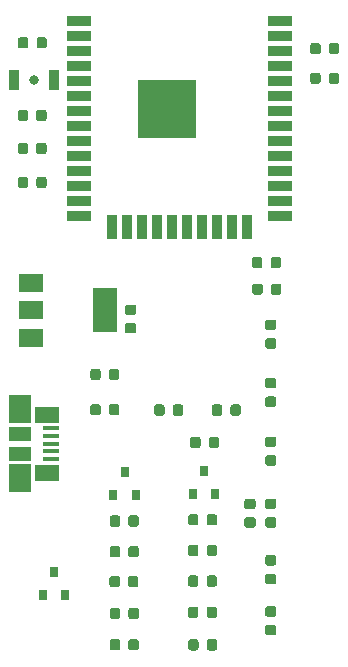
<source format=gtp>
G04 #@! TF.GenerationSoftware,KiCad,Pcbnew,(5.1.4)-1*
G04 #@! TF.CreationDate,2019-12-14T13:52:38+08:00*
G04 #@! TF.ProjectId,esp-break,6573702d-6272-4656-916b-2e6b69636164,rev?*
G04 #@! TF.SameCoordinates,Original*
G04 #@! TF.FileFunction,Paste,Top*
G04 #@! TF.FilePolarity,Positive*
%FSLAX46Y46*%
G04 Gerber Fmt 4.6, Leading zero omitted, Abs format (unit mm)*
G04 Created by KiCad (PCBNEW (5.1.4)-1) date 2019-12-14 13:52:38*
%MOMM*%
%LPD*%
G04 APERTURE LIST*
%ADD10R,1.900000X1.175000*%
%ADD11R,1.900000X2.375000*%
%ADD12R,2.100000X1.475000*%
%ADD13R,1.380000X0.450000*%
%ADD14C,0.100000*%
%ADD15C,0.875000*%
%ADD16R,0.900000X1.700000*%
%ADD17C,0.800000*%
%ADD18R,5.000000X5.000000*%
%ADD19R,2.000000X0.900000*%
%ADD20R,0.900000X2.000000*%
%ADD21R,0.800000X0.900000*%
%ADD22R,2.000000X3.800000*%
%ADD23R,2.000000X1.500000*%
G04 APERTURE END LIST*
D10*
X103092400Y-92915000D03*
X103092400Y-91235000D03*
D11*
X103092400Y-94985000D03*
X103092400Y-89165000D03*
D12*
X105392400Y-94537500D03*
X105392400Y-89612500D03*
D13*
X105752400Y-93375000D03*
X105752400Y-92725000D03*
X105752400Y-92075000D03*
X105752400Y-91425000D03*
X105752400Y-90775000D03*
D14*
G36*
X118019891Y-105875853D02*
G01*
X118041126Y-105879003D01*
X118061950Y-105884219D01*
X118082162Y-105891451D01*
X118101568Y-105900630D01*
X118119981Y-105911666D01*
X118137224Y-105924454D01*
X118153130Y-105938870D01*
X118167546Y-105954776D01*
X118180334Y-105972019D01*
X118191370Y-105990432D01*
X118200549Y-106009838D01*
X118207781Y-106030050D01*
X118212997Y-106050874D01*
X118216147Y-106072109D01*
X118217200Y-106093550D01*
X118217200Y-106606050D01*
X118216147Y-106627491D01*
X118212997Y-106648726D01*
X118207781Y-106669550D01*
X118200549Y-106689762D01*
X118191370Y-106709168D01*
X118180334Y-106727581D01*
X118167546Y-106744824D01*
X118153130Y-106760730D01*
X118137224Y-106775146D01*
X118119981Y-106787934D01*
X118101568Y-106798970D01*
X118082162Y-106808149D01*
X118061950Y-106815381D01*
X118041126Y-106820597D01*
X118019891Y-106823747D01*
X117998450Y-106824800D01*
X117560950Y-106824800D01*
X117539509Y-106823747D01*
X117518274Y-106820597D01*
X117497450Y-106815381D01*
X117477238Y-106808149D01*
X117457832Y-106798970D01*
X117439419Y-106787934D01*
X117422176Y-106775146D01*
X117406270Y-106760730D01*
X117391854Y-106744824D01*
X117379066Y-106727581D01*
X117368030Y-106709168D01*
X117358851Y-106689762D01*
X117351619Y-106669550D01*
X117346403Y-106648726D01*
X117343253Y-106627491D01*
X117342200Y-106606050D01*
X117342200Y-106093550D01*
X117343253Y-106072109D01*
X117346403Y-106050874D01*
X117351619Y-106030050D01*
X117358851Y-106009838D01*
X117368030Y-105990432D01*
X117379066Y-105972019D01*
X117391854Y-105954776D01*
X117406270Y-105938870D01*
X117422176Y-105924454D01*
X117439419Y-105911666D01*
X117457832Y-105900630D01*
X117477238Y-105891451D01*
X117497450Y-105884219D01*
X117518274Y-105879003D01*
X117539509Y-105875853D01*
X117560950Y-105874800D01*
X117998450Y-105874800D01*
X118019891Y-105875853D01*
X118019891Y-105875853D01*
G37*
D15*
X117779700Y-106349800D03*
D14*
G36*
X119594891Y-105875853D02*
G01*
X119616126Y-105879003D01*
X119636950Y-105884219D01*
X119657162Y-105891451D01*
X119676568Y-105900630D01*
X119694981Y-105911666D01*
X119712224Y-105924454D01*
X119728130Y-105938870D01*
X119742546Y-105954776D01*
X119755334Y-105972019D01*
X119766370Y-105990432D01*
X119775549Y-106009838D01*
X119782781Y-106030050D01*
X119787997Y-106050874D01*
X119791147Y-106072109D01*
X119792200Y-106093550D01*
X119792200Y-106606050D01*
X119791147Y-106627491D01*
X119787997Y-106648726D01*
X119782781Y-106669550D01*
X119775549Y-106689762D01*
X119766370Y-106709168D01*
X119755334Y-106727581D01*
X119742546Y-106744824D01*
X119728130Y-106760730D01*
X119712224Y-106775146D01*
X119694981Y-106787934D01*
X119676568Y-106798970D01*
X119657162Y-106808149D01*
X119636950Y-106815381D01*
X119616126Y-106820597D01*
X119594891Y-106823747D01*
X119573450Y-106824800D01*
X119135950Y-106824800D01*
X119114509Y-106823747D01*
X119093274Y-106820597D01*
X119072450Y-106815381D01*
X119052238Y-106808149D01*
X119032832Y-106798970D01*
X119014419Y-106787934D01*
X118997176Y-106775146D01*
X118981270Y-106760730D01*
X118966854Y-106744824D01*
X118954066Y-106727581D01*
X118943030Y-106709168D01*
X118933851Y-106689762D01*
X118926619Y-106669550D01*
X118921403Y-106648726D01*
X118918253Y-106627491D01*
X118917200Y-106606050D01*
X118917200Y-106093550D01*
X118918253Y-106072109D01*
X118921403Y-106050874D01*
X118926619Y-106030050D01*
X118933851Y-106009838D01*
X118943030Y-105990432D01*
X118954066Y-105972019D01*
X118966854Y-105954776D01*
X118981270Y-105938870D01*
X118997176Y-105924454D01*
X119014419Y-105911666D01*
X119032832Y-105900630D01*
X119052238Y-105891451D01*
X119072450Y-105884219D01*
X119093274Y-105879003D01*
X119114509Y-105875853D01*
X119135950Y-105874800D01*
X119573450Y-105874800D01*
X119594891Y-105875853D01*
X119594891Y-105875853D01*
G37*
D15*
X119354700Y-106349800D03*
D14*
G36*
X119594891Y-103234253D02*
G01*
X119616126Y-103237403D01*
X119636950Y-103242619D01*
X119657162Y-103249851D01*
X119676568Y-103259030D01*
X119694981Y-103270066D01*
X119712224Y-103282854D01*
X119728130Y-103297270D01*
X119742546Y-103313176D01*
X119755334Y-103330419D01*
X119766370Y-103348832D01*
X119775549Y-103368238D01*
X119782781Y-103388450D01*
X119787997Y-103409274D01*
X119791147Y-103430509D01*
X119792200Y-103451950D01*
X119792200Y-103964450D01*
X119791147Y-103985891D01*
X119787997Y-104007126D01*
X119782781Y-104027950D01*
X119775549Y-104048162D01*
X119766370Y-104067568D01*
X119755334Y-104085981D01*
X119742546Y-104103224D01*
X119728130Y-104119130D01*
X119712224Y-104133546D01*
X119694981Y-104146334D01*
X119676568Y-104157370D01*
X119657162Y-104166549D01*
X119636950Y-104173781D01*
X119616126Y-104178997D01*
X119594891Y-104182147D01*
X119573450Y-104183200D01*
X119135950Y-104183200D01*
X119114509Y-104182147D01*
X119093274Y-104178997D01*
X119072450Y-104173781D01*
X119052238Y-104166549D01*
X119032832Y-104157370D01*
X119014419Y-104146334D01*
X118997176Y-104133546D01*
X118981270Y-104119130D01*
X118966854Y-104103224D01*
X118954066Y-104085981D01*
X118943030Y-104067568D01*
X118933851Y-104048162D01*
X118926619Y-104027950D01*
X118921403Y-104007126D01*
X118918253Y-103985891D01*
X118917200Y-103964450D01*
X118917200Y-103451950D01*
X118918253Y-103430509D01*
X118921403Y-103409274D01*
X118926619Y-103388450D01*
X118933851Y-103368238D01*
X118943030Y-103348832D01*
X118954066Y-103330419D01*
X118966854Y-103313176D01*
X118981270Y-103297270D01*
X118997176Y-103282854D01*
X119014419Y-103270066D01*
X119032832Y-103259030D01*
X119052238Y-103249851D01*
X119072450Y-103242619D01*
X119093274Y-103237403D01*
X119114509Y-103234253D01*
X119135950Y-103233200D01*
X119573450Y-103233200D01*
X119594891Y-103234253D01*
X119594891Y-103234253D01*
G37*
D15*
X119354700Y-103708200D03*
D14*
G36*
X118019891Y-103234253D02*
G01*
X118041126Y-103237403D01*
X118061950Y-103242619D01*
X118082162Y-103249851D01*
X118101568Y-103259030D01*
X118119981Y-103270066D01*
X118137224Y-103282854D01*
X118153130Y-103297270D01*
X118167546Y-103313176D01*
X118180334Y-103330419D01*
X118191370Y-103348832D01*
X118200549Y-103368238D01*
X118207781Y-103388450D01*
X118212997Y-103409274D01*
X118216147Y-103430509D01*
X118217200Y-103451950D01*
X118217200Y-103964450D01*
X118216147Y-103985891D01*
X118212997Y-104007126D01*
X118207781Y-104027950D01*
X118200549Y-104048162D01*
X118191370Y-104067568D01*
X118180334Y-104085981D01*
X118167546Y-104103224D01*
X118153130Y-104119130D01*
X118137224Y-104133546D01*
X118119981Y-104146334D01*
X118101568Y-104157370D01*
X118082162Y-104166549D01*
X118061950Y-104173781D01*
X118041126Y-104178997D01*
X118019891Y-104182147D01*
X117998450Y-104183200D01*
X117560950Y-104183200D01*
X117539509Y-104182147D01*
X117518274Y-104178997D01*
X117497450Y-104173781D01*
X117477238Y-104166549D01*
X117457832Y-104157370D01*
X117439419Y-104146334D01*
X117422176Y-104133546D01*
X117406270Y-104119130D01*
X117391854Y-104103224D01*
X117379066Y-104085981D01*
X117368030Y-104067568D01*
X117358851Y-104048162D01*
X117351619Y-104027950D01*
X117346403Y-104007126D01*
X117343253Y-103985891D01*
X117342200Y-103964450D01*
X117342200Y-103451950D01*
X117343253Y-103430509D01*
X117346403Y-103409274D01*
X117351619Y-103388450D01*
X117358851Y-103368238D01*
X117368030Y-103348832D01*
X117379066Y-103330419D01*
X117391854Y-103313176D01*
X117406270Y-103297270D01*
X117422176Y-103282854D01*
X117439419Y-103270066D01*
X117457832Y-103259030D01*
X117477238Y-103249851D01*
X117497450Y-103242619D01*
X117518274Y-103237403D01*
X117539509Y-103234253D01*
X117560950Y-103233200D01*
X117998450Y-103233200D01*
X118019891Y-103234253D01*
X118019891Y-103234253D01*
G37*
D15*
X117779700Y-103708200D03*
D14*
G36*
X119594891Y-100643453D02*
G01*
X119616126Y-100646603D01*
X119636950Y-100651819D01*
X119657162Y-100659051D01*
X119676568Y-100668230D01*
X119694981Y-100679266D01*
X119712224Y-100692054D01*
X119728130Y-100706470D01*
X119742546Y-100722376D01*
X119755334Y-100739619D01*
X119766370Y-100758032D01*
X119775549Y-100777438D01*
X119782781Y-100797650D01*
X119787997Y-100818474D01*
X119791147Y-100839709D01*
X119792200Y-100861150D01*
X119792200Y-101373650D01*
X119791147Y-101395091D01*
X119787997Y-101416326D01*
X119782781Y-101437150D01*
X119775549Y-101457362D01*
X119766370Y-101476768D01*
X119755334Y-101495181D01*
X119742546Y-101512424D01*
X119728130Y-101528330D01*
X119712224Y-101542746D01*
X119694981Y-101555534D01*
X119676568Y-101566570D01*
X119657162Y-101575749D01*
X119636950Y-101582981D01*
X119616126Y-101588197D01*
X119594891Y-101591347D01*
X119573450Y-101592400D01*
X119135950Y-101592400D01*
X119114509Y-101591347D01*
X119093274Y-101588197D01*
X119072450Y-101582981D01*
X119052238Y-101575749D01*
X119032832Y-101566570D01*
X119014419Y-101555534D01*
X118997176Y-101542746D01*
X118981270Y-101528330D01*
X118966854Y-101512424D01*
X118954066Y-101495181D01*
X118943030Y-101476768D01*
X118933851Y-101457362D01*
X118926619Y-101437150D01*
X118921403Y-101416326D01*
X118918253Y-101395091D01*
X118917200Y-101373650D01*
X118917200Y-100861150D01*
X118918253Y-100839709D01*
X118921403Y-100818474D01*
X118926619Y-100797650D01*
X118933851Y-100777438D01*
X118943030Y-100758032D01*
X118954066Y-100739619D01*
X118966854Y-100722376D01*
X118981270Y-100706470D01*
X118997176Y-100692054D01*
X119014419Y-100679266D01*
X119032832Y-100668230D01*
X119052238Y-100659051D01*
X119072450Y-100651819D01*
X119093274Y-100646603D01*
X119114509Y-100643453D01*
X119135950Y-100642400D01*
X119573450Y-100642400D01*
X119594891Y-100643453D01*
X119594891Y-100643453D01*
G37*
D15*
X119354700Y-101117400D03*
D14*
G36*
X118019891Y-100643453D02*
G01*
X118041126Y-100646603D01*
X118061950Y-100651819D01*
X118082162Y-100659051D01*
X118101568Y-100668230D01*
X118119981Y-100679266D01*
X118137224Y-100692054D01*
X118153130Y-100706470D01*
X118167546Y-100722376D01*
X118180334Y-100739619D01*
X118191370Y-100758032D01*
X118200549Y-100777438D01*
X118207781Y-100797650D01*
X118212997Y-100818474D01*
X118216147Y-100839709D01*
X118217200Y-100861150D01*
X118217200Y-101373650D01*
X118216147Y-101395091D01*
X118212997Y-101416326D01*
X118207781Y-101437150D01*
X118200549Y-101457362D01*
X118191370Y-101476768D01*
X118180334Y-101495181D01*
X118167546Y-101512424D01*
X118153130Y-101528330D01*
X118137224Y-101542746D01*
X118119981Y-101555534D01*
X118101568Y-101566570D01*
X118082162Y-101575749D01*
X118061950Y-101582981D01*
X118041126Y-101588197D01*
X118019891Y-101591347D01*
X117998450Y-101592400D01*
X117560950Y-101592400D01*
X117539509Y-101591347D01*
X117518274Y-101588197D01*
X117497450Y-101582981D01*
X117477238Y-101575749D01*
X117457832Y-101566570D01*
X117439419Y-101555534D01*
X117422176Y-101542746D01*
X117406270Y-101528330D01*
X117391854Y-101512424D01*
X117379066Y-101495181D01*
X117368030Y-101476768D01*
X117358851Y-101457362D01*
X117351619Y-101437150D01*
X117346403Y-101416326D01*
X117343253Y-101395091D01*
X117342200Y-101373650D01*
X117342200Y-100861150D01*
X117343253Y-100839709D01*
X117346403Y-100818474D01*
X117351619Y-100797650D01*
X117358851Y-100777438D01*
X117368030Y-100758032D01*
X117379066Y-100739619D01*
X117391854Y-100722376D01*
X117406270Y-100706470D01*
X117422176Y-100692054D01*
X117439419Y-100679266D01*
X117457832Y-100668230D01*
X117477238Y-100659051D01*
X117497450Y-100651819D01*
X117518274Y-100646603D01*
X117539509Y-100643453D01*
X117560950Y-100642400D01*
X117998450Y-100642400D01*
X118019891Y-100643453D01*
X118019891Y-100643453D01*
G37*
D15*
X117779700Y-101117400D03*
D14*
G36*
X119591891Y-98052653D02*
G01*
X119613126Y-98055803D01*
X119633950Y-98061019D01*
X119654162Y-98068251D01*
X119673568Y-98077430D01*
X119691981Y-98088466D01*
X119709224Y-98101254D01*
X119725130Y-98115670D01*
X119739546Y-98131576D01*
X119752334Y-98148819D01*
X119763370Y-98167232D01*
X119772549Y-98186638D01*
X119779781Y-98206850D01*
X119784997Y-98227674D01*
X119788147Y-98248909D01*
X119789200Y-98270350D01*
X119789200Y-98782850D01*
X119788147Y-98804291D01*
X119784997Y-98825526D01*
X119779781Y-98846350D01*
X119772549Y-98866562D01*
X119763370Y-98885968D01*
X119752334Y-98904381D01*
X119739546Y-98921624D01*
X119725130Y-98937530D01*
X119709224Y-98951946D01*
X119691981Y-98964734D01*
X119673568Y-98975770D01*
X119654162Y-98984949D01*
X119633950Y-98992181D01*
X119613126Y-98997397D01*
X119591891Y-99000547D01*
X119570450Y-99001600D01*
X119132950Y-99001600D01*
X119111509Y-99000547D01*
X119090274Y-98997397D01*
X119069450Y-98992181D01*
X119049238Y-98984949D01*
X119029832Y-98975770D01*
X119011419Y-98964734D01*
X118994176Y-98951946D01*
X118978270Y-98937530D01*
X118963854Y-98921624D01*
X118951066Y-98904381D01*
X118940030Y-98885968D01*
X118930851Y-98866562D01*
X118923619Y-98846350D01*
X118918403Y-98825526D01*
X118915253Y-98804291D01*
X118914200Y-98782850D01*
X118914200Y-98270350D01*
X118915253Y-98248909D01*
X118918403Y-98227674D01*
X118923619Y-98206850D01*
X118930851Y-98186638D01*
X118940030Y-98167232D01*
X118951066Y-98148819D01*
X118963854Y-98131576D01*
X118978270Y-98115670D01*
X118994176Y-98101254D01*
X119011419Y-98088466D01*
X119029832Y-98077430D01*
X119049238Y-98068251D01*
X119069450Y-98061019D01*
X119090274Y-98055803D01*
X119111509Y-98052653D01*
X119132950Y-98051600D01*
X119570450Y-98051600D01*
X119591891Y-98052653D01*
X119591891Y-98052653D01*
G37*
D15*
X119351700Y-98526600D03*
D14*
G36*
X118016891Y-98052653D02*
G01*
X118038126Y-98055803D01*
X118058950Y-98061019D01*
X118079162Y-98068251D01*
X118098568Y-98077430D01*
X118116981Y-98088466D01*
X118134224Y-98101254D01*
X118150130Y-98115670D01*
X118164546Y-98131576D01*
X118177334Y-98148819D01*
X118188370Y-98167232D01*
X118197549Y-98186638D01*
X118204781Y-98206850D01*
X118209997Y-98227674D01*
X118213147Y-98248909D01*
X118214200Y-98270350D01*
X118214200Y-98782850D01*
X118213147Y-98804291D01*
X118209997Y-98825526D01*
X118204781Y-98846350D01*
X118197549Y-98866562D01*
X118188370Y-98885968D01*
X118177334Y-98904381D01*
X118164546Y-98921624D01*
X118150130Y-98937530D01*
X118134224Y-98951946D01*
X118116981Y-98964734D01*
X118098568Y-98975770D01*
X118079162Y-98984949D01*
X118058950Y-98992181D01*
X118038126Y-98997397D01*
X118016891Y-99000547D01*
X117995450Y-99001600D01*
X117557950Y-99001600D01*
X117536509Y-99000547D01*
X117515274Y-98997397D01*
X117494450Y-98992181D01*
X117474238Y-98984949D01*
X117454832Y-98975770D01*
X117436419Y-98964734D01*
X117419176Y-98951946D01*
X117403270Y-98937530D01*
X117388854Y-98921624D01*
X117376066Y-98904381D01*
X117365030Y-98885968D01*
X117355851Y-98866562D01*
X117348619Y-98846350D01*
X117343403Y-98825526D01*
X117340253Y-98804291D01*
X117339200Y-98782850D01*
X117339200Y-98270350D01*
X117340253Y-98248909D01*
X117343403Y-98227674D01*
X117348619Y-98206850D01*
X117355851Y-98186638D01*
X117365030Y-98167232D01*
X117376066Y-98148819D01*
X117388854Y-98131576D01*
X117403270Y-98115670D01*
X117419176Y-98101254D01*
X117436419Y-98088466D01*
X117454832Y-98077430D01*
X117474238Y-98068251D01*
X117494450Y-98061019D01*
X117515274Y-98055803D01*
X117536509Y-98052653D01*
X117557950Y-98051600D01*
X117995450Y-98051600D01*
X118016891Y-98052653D01*
X118016891Y-98052653D01*
G37*
D15*
X117776700Y-98526600D03*
D14*
G36*
X119602511Y-108639373D02*
G01*
X119623746Y-108642523D01*
X119644570Y-108647739D01*
X119664782Y-108654971D01*
X119684188Y-108664150D01*
X119702601Y-108675186D01*
X119719844Y-108687974D01*
X119735750Y-108702390D01*
X119750166Y-108718296D01*
X119762954Y-108735539D01*
X119773990Y-108753952D01*
X119783169Y-108773358D01*
X119790401Y-108793570D01*
X119795617Y-108814394D01*
X119798767Y-108835629D01*
X119799820Y-108857070D01*
X119799820Y-109369570D01*
X119798767Y-109391011D01*
X119795617Y-109412246D01*
X119790401Y-109433070D01*
X119783169Y-109453282D01*
X119773990Y-109472688D01*
X119762954Y-109491101D01*
X119750166Y-109508344D01*
X119735750Y-109524250D01*
X119719844Y-109538666D01*
X119702601Y-109551454D01*
X119684188Y-109562490D01*
X119664782Y-109571669D01*
X119644570Y-109578901D01*
X119623746Y-109584117D01*
X119602511Y-109587267D01*
X119581070Y-109588320D01*
X119143570Y-109588320D01*
X119122129Y-109587267D01*
X119100894Y-109584117D01*
X119080070Y-109578901D01*
X119059858Y-109571669D01*
X119040452Y-109562490D01*
X119022039Y-109551454D01*
X119004796Y-109538666D01*
X118988890Y-109524250D01*
X118974474Y-109508344D01*
X118961686Y-109491101D01*
X118950650Y-109472688D01*
X118941471Y-109453282D01*
X118934239Y-109433070D01*
X118929023Y-109412246D01*
X118925873Y-109391011D01*
X118924820Y-109369570D01*
X118924820Y-108857070D01*
X118925873Y-108835629D01*
X118929023Y-108814394D01*
X118934239Y-108793570D01*
X118941471Y-108773358D01*
X118950650Y-108753952D01*
X118961686Y-108735539D01*
X118974474Y-108718296D01*
X118988890Y-108702390D01*
X119004796Y-108687974D01*
X119022039Y-108675186D01*
X119040452Y-108664150D01*
X119059858Y-108654971D01*
X119080070Y-108647739D01*
X119100894Y-108642523D01*
X119122129Y-108639373D01*
X119143570Y-108638320D01*
X119581070Y-108638320D01*
X119602511Y-108639373D01*
X119602511Y-108639373D01*
G37*
D15*
X119362320Y-109113320D03*
D14*
G36*
X118027511Y-108639373D02*
G01*
X118048746Y-108642523D01*
X118069570Y-108647739D01*
X118089782Y-108654971D01*
X118109188Y-108664150D01*
X118127601Y-108675186D01*
X118144844Y-108687974D01*
X118160750Y-108702390D01*
X118175166Y-108718296D01*
X118187954Y-108735539D01*
X118198990Y-108753952D01*
X118208169Y-108773358D01*
X118215401Y-108793570D01*
X118220617Y-108814394D01*
X118223767Y-108835629D01*
X118224820Y-108857070D01*
X118224820Y-109369570D01*
X118223767Y-109391011D01*
X118220617Y-109412246D01*
X118215401Y-109433070D01*
X118208169Y-109453282D01*
X118198990Y-109472688D01*
X118187954Y-109491101D01*
X118175166Y-109508344D01*
X118160750Y-109524250D01*
X118144844Y-109538666D01*
X118127601Y-109551454D01*
X118109188Y-109562490D01*
X118089782Y-109571669D01*
X118069570Y-109578901D01*
X118048746Y-109584117D01*
X118027511Y-109587267D01*
X118006070Y-109588320D01*
X117568570Y-109588320D01*
X117547129Y-109587267D01*
X117525894Y-109584117D01*
X117505070Y-109578901D01*
X117484858Y-109571669D01*
X117465452Y-109562490D01*
X117447039Y-109551454D01*
X117429796Y-109538666D01*
X117413890Y-109524250D01*
X117399474Y-109508344D01*
X117386686Y-109491101D01*
X117375650Y-109472688D01*
X117366471Y-109453282D01*
X117359239Y-109433070D01*
X117354023Y-109412246D01*
X117350873Y-109391011D01*
X117349820Y-109369570D01*
X117349820Y-108857070D01*
X117350873Y-108835629D01*
X117354023Y-108814394D01*
X117359239Y-108793570D01*
X117366471Y-108773358D01*
X117375650Y-108753952D01*
X117386686Y-108735539D01*
X117399474Y-108718296D01*
X117413890Y-108702390D01*
X117429796Y-108687974D01*
X117447039Y-108675186D01*
X117465452Y-108664150D01*
X117484858Y-108654971D01*
X117505070Y-108647739D01*
X117525894Y-108642523D01*
X117547129Y-108639373D01*
X117568570Y-108638320D01*
X118006070Y-108638320D01*
X118027511Y-108639373D01*
X118027511Y-108639373D01*
G37*
D15*
X117787320Y-109113320D03*
D14*
G36*
X112965491Y-105977453D02*
G01*
X112986726Y-105980603D01*
X113007550Y-105985819D01*
X113027762Y-105993051D01*
X113047168Y-106002230D01*
X113065581Y-106013266D01*
X113082824Y-106026054D01*
X113098730Y-106040470D01*
X113113146Y-106056376D01*
X113125934Y-106073619D01*
X113136970Y-106092032D01*
X113146149Y-106111438D01*
X113153381Y-106131650D01*
X113158597Y-106152474D01*
X113161747Y-106173709D01*
X113162800Y-106195150D01*
X113162800Y-106707650D01*
X113161747Y-106729091D01*
X113158597Y-106750326D01*
X113153381Y-106771150D01*
X113146149Y-106791362D01*
X113136970Y-106810768D01*
X113125934Y-106829181D01*
X113113146Y-106846424D01*
X113098730Y-106862330D01*
X113082824Y-106876746D01*
X113065581Y-106889534D01*
X113047168Y-106900570D01*
X113027762Y-106909749D01*
X113007550Y-106916981D01*
X112986726Y-106922197D01*
X112965491Y-106925347D01*
X112944050Y-106926400D01*
X112506550Y-106926400D01*
X112485109Y-106925347D01*
X112463874Y-106922197D01*
X112443050Y-106916981D01*
X112422838Y-106909749D01*
X112403432Y-106900570D01*
X112385019Y-106889534D01*
X112367776Y-106876746D01*
X112351870Y-106862330D01*
X112337454Y-106846424D01*
X112324666Y-106829181D01*
X112313630Y-106810768D01*
X112304451Y-106791362D01*
X112297219Y-106771150D01*
X112292003Y-106750326D01*
X112288853Y-106729091D01*
X112287800Y-106707650D01*
X112287800Y-106195150D01*
X112288853Y-106173709D01*
X112292003Y-106152474D01*
X112297219Y-106131650D01*
X112304451Y-106111438D01*
X112313630Y-106092032D01*
X112324666Y-106073619D01*
X112337454Y-106056376D01*
X112351870Y-106040470D01*
X112367776Y-106026054D01*
X112385019Y-106013266D01*
X112403432Y-106002230D01*
X112422838Y-105993051D01*
X112443050Y-105985819D01*
X112463874Y-105980603D01*
X112485109Y-105977453D01*
X112506550Y-105976400D01*
X112944050Y-105976400D01*
X112965491Y-105977453D01*
X112965491Y-105977453D01*
G37*
D15*
X112725300Y-106451400D03*
D14*
G36*
X111390491Y-105977453D02*
G01*
X111411726Y-105980603D01*
X111432550Y-105985819D01*
X111452762Y-105993051D01*
X111472168Y-106002230D01*
X111490581Y-106013266D01*
X111507824Y-106026054D01*
X111523730Y-106040470D01*
X111538146Y-106056376D01*
X111550934Y-106073619D01*
X111561970Y-106092032D01*
X111571149Y-106111438D01*
X111578381Y-106131650D01*
X111583597Y-106152474D01*
X111586747Y-106173709D01*
X111587800Y-106195150D01*
X111587800Y-106707650D01*
X111586747Y-106729091D01*
X111583597Y-106750326D01*
X111578381Y-106771150D01*
X111571149Y-106791362D01*
X111561970Y-106810768D01*
X111550934Y-106829181D01*
X111538146Y-106846424D01*
X111523730Y-106862330D01*
X111507824Y-106876746D01*
X111490581Y-106889534D01*
X111472168Y-106900570D01*
X111452762Y-106909749D01*
X111432550Y-106916981D01*
X111411726Y-106922197D01*
X111390491Y-106925347D01*
X111369050Y-106926400D01*
X110931550Y-106926400D01*
X110910109Y-106925347D01*
X110888874Y-106922197D01*
X110868050Y-106916981D01*
X110847838Y-106909749D01*
X110828432Y-106900570D01*
X110810019Y-106889534D01*
X110792776Y-106876746D01*
X110776870Y-106862330D01*
X110762454Y-106846424D01*
X110749666Y-106829181D01*
X110738630Y-106810768D01*
X110729451Y-106791362D01*
X110722219Y-106771150D01*
X110717003Y-106750326D01*
X110713853Y-106729091D01*
X110712800Y-106707650D01*
X110712800Y-106195150D01*
X110713853Y-106173709D01*
X110717003Y-106152474D01*
X110722219Y-106131650D01*
X110729451Y-106111438D01*
X110738630Y-106092032D01*
X110749666Y-106073619D01*
X110762454Y-106056376D01*
X110776870Y-106040470D01*
X110792776Y-106026054D01*
X110810019Y-106013266D01*
X110828432Y-106002230D01*
X110847838Y-105993051D01*
X110868050Y-105985819D01*
X110888874Y-105980603D01*
X110910109Y-105977453D01*
X110931550Y-105976400D01*
X111369050Y-105976400D01*
X111390491Y-105977453D01*
X111390491Y-105977453D01*
G37*
D15*
X111150300Y-106451400D03*
D14*
G36*
X112937091Y-103285053D02*
G01*
X112958326Y-103288203D01*
X112979150Y-103293419D01*
X112999362Y-103300651D01*
X113018768Y-103309830D01*
X113037181Y-103320866D01*
X113054424Y-103333654D01*
X113070330Y-103348070D01*
X113084746Y-103363976D01*
X113097534Y-103381219D01*
X113108570Y-103399632D01*
X113117749Y-103419038D01*
X113124981Y-103439250D01*
X113130197Y-103460074D01*
X113133347Y-103481309D01*
X113134400Y-103502750D01*
X113134400Y-104015250D01*
X113133347Y-104036691D01*
X113130197Y-104057926D01*
X113124981Y-104078750D01*
X113117749Y-104098962D01*
X113108570Y-104118368D01*
X113097534Y-104136781D01*
X113084746Y-104154024D01*
X113070330Y-104169930D01*
X113054424Y-104184346D01*
X113037181Y-104197134D01*
X113018768Y-104208170D01*
X112999362Y-104217349D01*
X112979150Y-104224581D01*
X112958326Y-104229797D01*
X112937091Y-104232947D01*
X112915650Y-104234000D01*
X112478150Y-104234000D01*
X112456709Y-104232947D01*
X112435474Y-104229797D01*
X112414650Y-104224581D01*
X112394438Y-104217349D01*
X112375032Y-104208170D01*
X112356619Y-104197134D01*
X112339376Y-104184346D01*
X112323470Y-104169930D01*
X112309054Y-104154024D01*
X112296266Y-104136781D01*
X112285230Y-104118368D01*
X112276051Y-104098962D01*
X112268819Y-104078750D01*
X112263603Y-104057926D01*
X112260453Y-104036691D01*
X112259400Y-104015250D01*
X112259400Y-103502750D01*
X112260453Y-103481309D01*
X112263603Y-103460074D01*
X112268819Y-103439250D01*
X112276051Y-103419038D01*
X112285230Y-103399632D01*
X112296266Y-103381219D01*
X112309054Y-103363976D01*
X112323470Y-103348070D01*
X112339376Y-103333654D01*
X112356619Y-103320866D01*
X112375032Y-103309830D01*
X112394438Y-103300651D01*
X112414650Y-103293419D01*
X112435474Y-103288203D01*
X112456709Y-103285053D01*
X112478150Y-103284000D01*
X112915650Y-103284000D01*
X112937091Y-103285053D01*
X112937091Y-103285053D01*
G37*
D15*
X112696900Y-103759000D03*
D14*
G36*
X111362091Y-103285053D02*
G01*
X111383326Y-103288203D01*
X111404150Y-103293419D01*
X111424362Y-103300651D01*
X111443768Y-103309830D01*
X111462181Y-103320866D01*
X111479424Y-103333654D01*
X111495330Y-103348070D01*
X111509746Y-103363976D01*
X111522534Y-103381219D01*
X111533570Y-103399632D01*
X111542749Y-103419038D01*
X111549981Y-103439250D01*
X111555197Y-103460074D01*
X111558347Y-103481309D01*
X111559400Y-103502750D01*
X111559400Y-104015250D01*
X111558347Y-104036691D01*
X111555197Y-104057926D01*
X111549981Y-104078750D01*
X111542749Y-104098962D01*
X111533570Y-104118368D01*
X111522534Y-104136781D01*
X111509746Y-104154024D01*
X111495330Y-104169930D01*
X111479424Y-104184346D01*
X111462181Y-104197134D01*
X111443768Y-104208170D01*
X111424362Y-104217349D01*
X111404150Y-104224581D01*
X111383326Y-104229797D01*
X111362091Y-104232947D01*
X111340650Y-104234000D01*
X110903150Y-104234000D01*
X110881709Y-104232947D01*
X110860474Y-104229797D01*
X110839650Y-104224581D01*
X110819438Y-104217349D01*
X110800032Y-104208170D01*
X110781619Y-104197134D01*
X110764376Y-104184346D01*
X110748470Y-104169930D01*
X110734054Y-104154024D01*
X110721266Y-104136781D01*
X110710230Y-104118368D01*
X110701051Y-104098962D01*
X110693819Y-104078750D01*
X110688603Y-104057926D01*
X110685453Y-104036691D01*
X110684400Y-104015250D01*
X110684400Y-103502750D01*
X110685453Y-103481309D01*
X110688603Y-103460074D01*
X110693819Y-103439250D01*
X110701051Y-103419038D01*
X110710230Y-103399632D01*
X110721266Y-103381219D01*
X110734054Y-103363976D01*
X110748470Y-103348070D01*
X110764376Y-103333654D01*
X110781619Y-103320866D01*
X110800032Y-103309830D01*
X110819438Y-103300651D01*
X110839650Y-103293419D01*
X110860474Y-103288203D01*
X110881709Y-103285053D01*
X110903150Y-103284000D01*
X111340650Y-103284000D01*
X111362091Y-103285053D01*
X111362091Y-103285053D01*
G37*
D15*
X111121900Y-103759000D03*
D14*
G36*
X112962491Y-100745053D02*
G01*
X112983726Y-100748203D01*
X113004550Y-100753419D01*
X113024762Y-100760651D01*
X113044168Y-100769830D01*
X113062581Y-100780866D01*
X113079824Y-100793654D01*
X113095730Y-100808070D01*
X113110146Y-100823976D01*
X113122934Y-100841219D01*
X113133970Y-100859632D01*
X113143149Y-100879038D01*
X113150381Y-100899250D01*
X113155597Y-100920074D01*
X113158747Y-100941309D01*
X113159800Y-100962750D01*
X113159800Y-101475250D01*
X113158747Y-101496691D01*
X113155597Y-101517926D01*
X113150381Y-101538750D01*
X113143149Y-101558962D01*
X113133970Y-101578368D01*
X113122934Y-101596781D01*
X113110146Y-101614024D01*
X113095730Y-101629930D01*
X113079824Y-101644346D01*
X113062581Y-101657134D01*
X113044168Y-101668170D01*
X113024762Y-101677349D01*
X113004550Y-101684581D01*
X112983726Y-101689797D01*
X112962491Y-101692947D01*
X112941050Y-101694000D01*
X112503550Y-101694000D01*
X112482109Y-101692947D01*
X112460874Y-101689797D01*
X112440050Y-101684581D01*
X112419838Y-101677349D01*
X112400432Y-101668170D01*
X112382019Y-101657134D01*
X112364776Y-101644346D01*
X112348870Y-101629930D01*
X112334454Y-101614024D01*
X112321666Y-101596781D01*
X112310630Y-101578368D01*
X112301451Y-101558962D01*
X112294219Y-101538750D01*
X112289003Y-101517926D01*
X112285853Y-101496691D01*
X112284800Y-101475250D01*
X112284800Y-100962750D01*
X112285853Y-100941309D01*
X112289003Y-100920074D01*
X112294219Y-100899250D01*
X112301451Y-100879038D01*
X112310630Y-100859632D01*
X112321666Y-100841219D01*
X112334454Y-100823976D01*
X112348870Y-100808070D01*
X112364776Y-100793654D01*
X112382019Y-100780866D01*
X112400432Y-100769830D01*
X112419838Y-100760651D01*
X112440050Y-100753419D01*
X112460874Y-100748203D01*
X112482109Y-100745053D01*
X112503550Y-100744000D01*
X112941050Y-100744000D01*
X112962491Y-100745053D01*
X112962491Y-100745053D01*
G37*
D15*
X112722300Y-101219000D03*
D14*
G36*
X111387491Y-100745053D02*
G01*
X111408726Y-100748203D01*
X111429550Y-100753419D01*
X111449762Y-100760651D01*
X111469168Y-100769830D01*
X111487581Y-100780866D01*
X111504824Y-100793654D01*
X111520730Y-100808070D01*
X111535146Y-100823976D01*
X111547934Y-100841219D01*
X111558970Y-100859632D01*
X111568149Y-100879038D01*
X111575381Y-100899250D01*
X111580597Y-100920074D01*
X111583747Y-100941309D01*
X111584800Y-100962750D01*
X111584800Y-101475250D01*
X111583747Y-101496691D01*
X111580597Y-101517926D01*
X111575381Y-101538750D01*
X111568149Y-101558962D01*
X111558970Y-101578368D01*
X111547934Y-101596781D01*
X111535146Y-101614024D01*
X111520730Y-101629930D01*
X111504824Y-101644346D01*
X111487581Y-101657134D01*
X111469168Y-101668170D01*
X111449762Y-101677349D01*
X111429550Y-101684581D01*
X111408726Y-101689797D01*
X111387491Y-101692947D01*
X111366050Y-101694000D01*
X110928550Y-101694000D01*
X110907109Y-101692947D01*
X110885874Y-101689797D01*
X110865050Y-101684581D01*
X110844838Y-101677349D01*
X110825432Y-101668170D01*
X110807019Y-101657134D01*
X110789776Y-101644346D01*
X110773870Y-101629930D01*
X110759454Y-101614024D01*
X110746666Y-101596781D01*
X110735630Y-101578368D01*
X110726451Y-101558962D01*
X110719219Y-101538750D01*
X110714003Y-101517926D01*
X110710853Y-101496691D01*
X110709800Y-101475250D01*
X110709800Y-100962750D01*
X110710853Y-100941309D01*
X110714003Y-100920074D01*
X110719219Y-100899250D01*
X110726451Y-100879038D01*
X110735630Y-100859632D01*
X110746666Y-100841219D01*
X110759454Y-100823976D01*
X110773870Y-100808070D01*
X110789776Y-100793654D01*
X110807019Y-100780866D01*
X110825432Y-100769830D01*
X110844838Y-100760651D01*
X110865050Y-100753419D01*
X110885874Y-100748203D01*
X110907109Y-100745053D01*
X110928550Y-100744000D01*
X111366050Y-100744000D01*
X111387491Y-100745053D01*
X111387491Y-100745053D01*
G37*
D15*
X111147300Y-101219000D03*
D14*
G36*
X112962491Y-98154253D02*
G01*
X112983726Y-98157403D01*
X113004550Y-98162619D01*
X113024762Y-98169851D01*
X113044168Y-98179030D01*
X113062581Y-98190066D01*
X113079824Y-98202854D01*
X113095730Y-98217270D01*
X113110146Y-98233176D01*
X113122934Y-98250419D01*
X113133970Y-98268832D01*
X113143149Y-98288238D01*
X113150381Y-98308450D01*
X113155597Y-98329274D01*
X113158747Y-98350509D01*
X113159800Y-98371950D01*
X113159800Y-98884450D01*
X113158747Y-98905891D01*
X113155597Y-98927126D01*
X113150381Y-98947950D01*
X113143149Y-98968162D01*
X113133970Y-98987568D01*
X113122934Y-99005981D01*
X113110146Y-99023224D01*
X113095730Y-99039130D01*
X113079824Y-99053546D01*
X113062581Y-99066334D01*
X113044168Y-99077370D01*
X113024762Y-99086549D01*
X113004550Y-99093781D01*
X112983726Y-99098997D01*
X112962491Y-99102147D01*
X112941050Y-99103200D01*
X112503550Y-99103200D01*
X112482109Y-99102147D01*
X112460874Y-99098997D01*
X112440050Y-99093781D01*
X112419838Y-99086549D01*
X112400432Y-99077370D01*
X112382019Y-99066334D01*
X112364776Y-99053546D01*
X112348870Y-99039130D01*
X112334454Y-99023224D01*
X112321666Y-99005981D01*
X112310630Y-98987568D01*
X112301451Y-98968162D01*
X112294219Y-98947950D01*
X112289003Y-98927126D01*
X112285853Y-98905891D01*
X112284800Y-98884450D01*
X112284800Y-98371950D01*
X112285853Y-98350509D01*
X112289003Y-98329274D01*
X112294219Y-98308450D01*
X112301451Y-98288238D01*
X112310630Y-98268832D01*
X112321666Y-98250419D01*
X112334454Y-98233176D01*
X112348870Y-98217270D01*
X112364776Y-98202854D01*
X112382019Y-98190066D01*
X112400432Y-98179030D01*
X112419838Y-98169851D01*
X112440050Y-98162619D01*
X112460874Y-98157403D01*
X112482109Y-98154253D01*
X112503550Y-98153200D01*
X112941050Y-98153200D01*
X112962491Y-98154253D01*
X112962491Y-98154253D01*
G37*
D15*
X112722300Y-98628200D03*
D14*
G36*
X111387491Y-98154253D02*
G01*
X111408726Y-98157403D01*
X111429550Y-98162619D01*
X111449762Y-98169851D01*
X111469168Y-98179030D01*
X111487581Y-98190066D01*
X111504824Y-98202854D01*
X111520730Y-98217270D01*
X111535146Y-98233176D01*
X111547934Y-98250419D01*
X111558970Y-98268832D01*
X111568149Y-98288238D01*
X111575381Y-98308450D01*
X111580597Y-98329274D01*
X111583747Y-98350509D01*
X111584800Y-98371950D01*
X111584800Y-98884450D01*
X111583747Y-98905891D01*
X111580597Y-98927126D01*
X111575381Y-98947950D01*
X111568149Y-98968162D01*
X111558970Y-98987568D01*
X111547934Y-99005981D01*
X111535146Y-99023224D01*
X111520730Y-99039130D01*
X111504824Y-99053546D01*
X111487581Y-99066334D01*
X111469168Y-99077370D01*
X111449762Y-99086549D01*
X111429550Y-99093781D01*
X111408726Y-99098997D01*
X111387491Y-99102147D01*
X111366050Y-99103200D01*
X110928550Y-99103200D01*
X110907109Y-99102147D01*
X110885874Y-99098997D01*
X110865050Y-99093781D01*
X110844838Y-99086549D01*
X110825432Y-99077370D01*
X110807019Y-99066334D01*
X110789776Y-99053546D01*
X110773870Y-99039130D01*
X110759454Y-99023224D01*
X110746666Y-99005981D01*
X110735630Y-98987568D01*
X110726451Y-98968162D01*
X110719219Y-98947950D01*
X110714003Y-98927126D01*
X110710853Y-98905891D01*
X110709800Y-98884450D01*
X110709800Y-98371950D01*
X110710853Y-98350509D01*
X110714003Y-98329274D01*
X110719219Y-98308450D01*
X110726451Y-98288238D01*
X110735630Y-98268832D01*
X110746666Y-98250419D01*
X110759454Y-98233176D01*
X110773870Y-98217270D01*
X110789776Y-98202854D01*
X110807019Y-98190066D01*
X110825432Y-98179030D01*
X110844838Y-98169851D01*
X110865050Y-98162619D01*
X110885874Y-98157403D01*
X110907109Y-98154253D01*
X110928550Y-98153200D01*
X111366050Y-98153200D01*
X111387491Y-98154253D01*
X111387491Y-98154253D01*
G37*
D15*
X111147300Y-98628200D03*
D14*
G36*
X111390491Y-108626673D02*
G01*
X111411726Y-108629823D01*
X111432550Y-108635039D01*
X111452762Y-108642271D01*
X111472168Y-108651450D01*
X111490581Y-108662486D01*
X111507824Y-108675274D01*
X111523730Y-108689690D01*
X111538146Y-108705596D01*
X111550934Y-108722839D01*
X111561970Y-108741252D01*
X111571149Y-108760658D01*
X111578381Y-108780870D01*
X111583597Y-108801694D01*
X111586747Y-108822929D01*
X111587800Y-108844370D01*
X111587800Y-109356870D01*
X111586747Y-109378311D01*
X111583597Y-109399546D01*
X111578381Y-109420370D01*
X111571149Y-109440582D01*
X111561970Y-109459988D01*
X111550934Y-109478401D01*
X111538146Y-109495644D01*
X111523730Y-109511550D01*
X111507824Y-109525966D01*
X111490581Y-109538754D01*
X111472168Y-109549790D01*
X111452762Y-109558969D01*
X111432550Y-109566201D01*
X111411726Y-109571417D01*
X111390491Y-109574567D01*
X111369050Y-109575620D01*
X110931550Y-109575620D01*
X110910109Y-109574567D01*
X110888874Y-109571417D01*
X110868050Y-109566201D01*
X110847838Y-109558969D01*
X110828432Y-109549790D01*
X110810019Y-109538754D01*
X110792776Y-109525966D01*
X110776870Y-109511550D01*
X110762454Y-109495644D01*
X110749666Y-109478401D01*
X110738630Y-109459988D01*
X110729451Y-109440582D01*
X110722219Y-109420370D01*
X110717003Y-109399546D01*
X110713853Y-109378311D01*
X110712800Y-109356870D01*
X110712800Y-108844370D01*
X110713853Y-108822929D01*
X110717003Y-108801694D01*
X110722219Y-108780870D01*
X110729451Y-108760658D01*
X110738630Y-108741252D01*
X110749666Y-108722839D01*
X110762454Y-108705596D01*
X110776870Y-108689690D01*
X110792776Y-108675274D01*
X110810019Y-108662486D01*
X110828432Y-108651450D01*
X110847838Y-108642271D01*
X110868050Y-108635039D01*
X110888874Y-108629823D01*
X110910109Y-108626673D01*
X110931550Y-108625620D01*
X111369050Y-108625620D01*
X111390491Y-108626673D01*
X111390491Y-108626673D01*
G37*
D15*
X111150300Y-109100620D03*
D14*
G36*
X112965491Y-108626673D02*
G01*
X112986726Y-108629823D01*
X113007550Y-108635039D01*
X113027762Y-108642271D01*
X113047168Y-108651450D01*
X113065581Y-108662486D01*
X113082824Y-108675274D01*
X113098730Y-108689690D01*
X113113146Y-108705596D01*
X113125934Y-108722839D01*
X113136970Y-108741252D01*
X113146149Y-108760658D01*
X113153381Y-108780870D01*
X113158597Y-108801694D01*
X113161747Y-108822929D01*
X113162800Y-108844370D01*
X113162800Y-109356870D01*
X113161747Y-109378311D01*
X113158597Y-109399546D01*
X113153381Y-109420370D01*
X113146149Y-109440582D01*
X113136970Y-109459988D01*
X113125934Y-109478401D01*
X113113146Y-109495644D01*
X113098730Y-109511550D01*
X113082824Y-109525966D01*
X113065581Y-109538754D01*
X113047168Y-109549790D01*
X113027762Y-109558969D01*
X113007550Y-109566201D01*
X112986726Y-109571417D01*
X112965491Y-109574567D01*
X112944050Y-109575620D01*
X112506550Y-109575620D01*
X112485109Y-109574567D01*
X112463874Y-109571417D01*
X112443050Y-109566201D01*
X112422838Y-109558969D01*
X112403432Y-109549790D01*
X112385019Y-109538754D01*
X112367776Y-109525966D01*
X112351870Y-109511550D01*
X112337454Y-109495644D01*
X112324666Y-109478401D01*
X112313630Y-109459988D01*
X112304451Y-109440582D01*
X112297219Y-109420370D01*
X112292003Y-109399546D01*
X112288853Y-109378311D01*
X112287800Y-109356870D01*
X112287800Y-108844370D01*
X112288853Y-108822929D01*
X112292003Y-108801694D01*
X112297219Y-108780870D01*
X112304451Y-108760658D01*
X112313630Y-108741252D01*
X112324666Y-108722839D01*
X112337454Y-108705596D01*
X112351870Y-108689690D01*
X112367776Y-108675274D01*
X112385019Y-108662486D01*
X112403432Y-108651450D01*
X112422838Y-108642271D01*
X112443050Y-108635039D01*
X112463874Y-108629823D01*
X112485109Y-108626673D01*
X112506550Y-108625620D01*
X112944050Y-108625620D01*
X112965491Y-108626673D01*
X112965491Y-108626673D01*
G37*
D15*
X112725300Y-109100620D03*
D14*
G36*
X119769691Y-91499453D02*
G01*
X119790926Y-91502603D01*
X119811750Y-91507819D01*
X119831962Y-91515051D01*
X119851368Y-91524230D01*
X119869781Y-91535266D01*
X119887024Y-91548054D01*
X119902930Y-91562470D01*
X119917346Y-91578376D01*
X119930134Y-91595619D01*
X119941170Y-91614032D01*
X119950349Y-91633438D01*
X119957581Y-91653650D01*
X119962797Y-91674474D01*
X119965947Y-91695709D01*
X119967000Y-91717150D01*
X119967000Y-92229650D01*
X119965947Y-92251091D01*
X119962797Y-92272326D01*
X119957581Y-92293150D01*
X119950349Y-92313362D01*
X119941170Y-92332768D01*
X119930134Y-92351181D01*
X119917346Y-92368424D01*
X119902930Y-92384330D01*
X119887024Y-92398746D01*
X119869781Y-92411534D01*
X119851368Y-92422570D01*
X119831962Y-92431749D01*
X119811750Y-92438981D01*
X119790926Y-92444197D01*
X119769691Y-92447347D01*
X119748250Y-92448400D01*
X119310750Y-92448400D01*
X119289309Y-92447347D01*
X119268074Y-92444197D01*
X119247250Y-92438981D01*
X119227038Y-92431749D01*
X119207632Y-92422570D01*
X119189219Y-92411534D01*
X119171976Y-92398746D01*
X119156070Y-92384330D01*
X119141654Y-92368424D01*
X119128866Y-92351181D01*
X119117830Y-92332768D01*
X119108651Y-92313362D01*
X119101419Y-92293150D01*
X119096203Y-92272326D01*
X119093053Y-92251091D01*
X119092000Y-92229650D01*
X119092000Y-91717150D01*
X119093053Y-91695709D01*
X119096203Y-91674474D01*
X119101419Y-91653650D01*
X119108651Y-91633438D01*
X119117830Y-91614032D01*
X119128866Y-91595619D01*
X119141654Y-91578376D01*
X119156070Y-91562470D01*
X119171976Y-91548054D01*
X119189219Y-91535266D01*
X119207632Y-91524230D01*
X119227038Y-91515051D01*
X119247250Y-91507819D01*
X119268074Y-91502603D01*
X119289309Y-91499453D01*
X119310750Y-91498400D01*
X119748250Y-91498400D01*
X119769691Y-91499453D01*
X119769691Y-91499453D01*
G37*
D15*
X119529500Y-91973400D03*
D14*
G36*
X118194691Y-91499453D02*
G01*
X118215926Y-91502603D01*
X118236750Y-91507819D01*
X118256962Y-91515051D01*
X118276368Y-91524230D01*
X118294781Y-91535266D01*
X118312024Y-91548054D01*
X118327930Y-91562470D01*
X118342346Y-91578376D01*
X118355134Y-91595619D01*
X118366170Y-91614032D01*
X118375349Y-91633438D01*
X118382581Y-91653650D01*
X118387797Y-91674474D01*
X118390947Y-91695709D01*
X118392000Y-91717150D01*
X118392000Y-92229650D01*
X118390947Y-92251091D01*
X118387797Y-92272326D01*
X118382581Y-92293150D01*
X118375349Y-92313362D01*
X118366170Y-92332768D01*
X118355134Y-92351181D01*
X118342346Y-92368424D01*
X118327930Y-92384330D01*
X118312024Y-92398746D01*
X118294781Y-92411534D01*
X118276368Y-92422570D01*
X118256962Y-92431749D01*
X118236750Y-92438981D01*
X118215926Y-92444197D01*
X118194691Y-92447347D01*
X118173250Y-92448400D01*
X117735750Y-92448400D01*
X117714309Y-92447347D01*
X117693074Y-92444197D01*
X117672250Y-92438981D01*
X117652038Y-92431749D01*
X117632632Y-92422570D01*
X117614219Y-92411534D01*
X117596976Y-92398746D01*
X117581070Y-92384330D01*
X117566654Y-92368424D01*
X117553866Y-92351181D01*
X117542830Y-92332768D01*
X117533651Y-92313362D01*
X117526419Y-92293150D01*
X117521203Y-92272326D01*
X117518053Y-92251091D01*
X117517000Y-92229650D01*
X117517000Y-91717150D01*
X117518053Y-91695709D01*
X117521203Y-91674474D01*
X117526419Y-91653650D01*
X117533651Y-91633438D01*
X117542830Y-91614032D01*
X117553866Y-91595619D01*
X117566654Y-91578376D01*
X117581070Y-91562470D01*
X117596976Y-91548054D01*
X117614219Y-91535266D01*
X117632632Y-91524230D01*
X117652038Y-91515051D01*
X117672250Y-91507819D01*
X117693074Y-91502603D01*
X117714309Y-91499453D01*
X117735750Y-91498400D01*
X118173250Y-91498400D01*
X118194691Y-91499453D01*
X118194691Y-91499453D01*
G37*
D15*
X117954500Y-91973400D03*
D14*
G36*
X124610691Y-101519053D02*
G01*
X124631926Y-101522203D01*
X124652750Y-101527419D01*
X124672962Y-101534651D01*
X124692368Y-101543830D01*
X124710781Y-101554866D01*
X124728024Y-101567654D01*
X124743930Y-101582070D01*
X124758346Y-101597976D01*
X124771134Y-101615219D01*
X124782170Y-101633632D01*
X124791349Y-101653038D01*
X124798581Y-101673250D01*
X124803797Y-101694074D01*
X124806947Y-101715309D01*
X124808000Y-101736750D01*
X124808000Y-102174250D01*
X124806947Y-102195691D01*
X124803797Y-102216926D01*
X124798581Y-102237750D01*
X124791349Y-102257962D01*
X124782170Y-102277368D01*
X124771134Y-102295781D01*
X124758346Y-102313024D01*
X124743930Y-102328930D01*
X124728024Y-102343346D01*
X124710781Y-102356134D01*
X124692368Y-102367170D01*
X124672962Y-102376349D01*
X124652750Y-102383581D01*
X124631926Y-102388797D01*
X124610691Y-102391947D01*
X124589250Y-102393000D01*
X124076750Y-102393000D01*
X124055309Y-102391947D01*
X124034074Y-102388797D01*
X124013250Y-102383581D01*
X123993038Y-102376349D01*
X123973632Y-102367170D01*
X123955219Y-102356134D01*
X123937976Y-102343346D01*
X123922070Y-102328930D01*
X123907654Y-102313024D01*
X123894866Y-102295781D01*
X123883830Y-102277368D01*
X123874651Y-102257962D01*
X123867419Y-102237750D01*
X123862203Y-102216926D01*
X123859053Y-102195691D01*
X123858000Y-102174250D01*
X123858000Y-101736750D01*
X123859053Y-101715309D01*
X123862203Y-101694074D01*
X123867419Y-101673250D01*
X123874651Y-101653038D01*
X123883830Y-101633632D01*
X123894866Y-101615219D01*
X123907654Y-101597976D01*
X123922070Y-101582070D01*
X123937976Y-101567654D01*
X123955219Y-101554866D01*
X123973632Y-101543830D01*
X123993038Y-101534651D01*
X124013250Y-101527419D01*
X124034074Y-101522203D01*
X124055309Y-101519053D01*
X124076750Y-101518000D01*
X124589250Y-101518000D01*
X124610691Y-101519053D01*
X124610691Y-101519053D01*
G37*
D15*
X124333000Y-101955500D03*
D14*
G36*
X124610691Y-103094053D02*
G01*
X124631926Y-103097203D01*
X124652750Y-103102419D01*
X124672962Y-103109651D01*
X124692368Y-103118830D01*
X124710781Y-103129866D01*
X124728024Y-103142654D01*
X124743930Y-103157070D01*
X124758346Y-103172976D01*
X124771134Y-103190219D01*
X124782170Y-103208632D01*
X124791349Y-103228038D01*
X124798581Y-103248250D01*
X124803797Y-103269074D01*
X124806947Y-103290309D01*
X124808000Y-103311750D01*
X124808000Y-103749250D01*
X124806947Y-103770691D01*
X124803797Y-103791926D01*
X124798581Y-103812750D01*
X124791349Y-103832962D01*
X124782170Y-103852368D01*
X124771134Y-103870781D01*
X124758346Y-103888024D01*
X124743930Y-103903930D01*
X124728024Y-103918346D01*
X124710781Y-103931134D01*
X124692368Y-103942170D01*
X124672962Y-103951349D01*
X124652750Y-103958581D01*
X124631926Y-103963797D01*
X124610691Y-103966947D01*
X124589250Y-103968000D01*
X124076750Y-103968000D01*
X124055309Y-103966947D01*
X124034074Y-103963797D01*
X124013250Y-103958581D01*
X123993038Y-103951349D01*
X123973632Y-103942170D01*
X123955219Y-103931134D01*
X123937976Y-103918346D01*
X123922070Y-103903930D01*
X123907654Y-103888024D01*
X123894866Y-103870781D01*
X123883830Y-103852368D01*
X123874651Y-103832962D01*
X123867419Y-103812750D01*
X123862203Y-103791926D01*
X123859053Y-103770691D01*
X123858000Y-103749250D01*
X123858000Y-103311750D01*
X123859053Y-103290309D01*
X123862203Y-103269074D01*
X123867419Y-103248250D01*
X123874651Y-103228038D01*
X123883830Y-103208632D01*
X123894866Y-103190219D01*
X123907654Y-103172976D01*
X123922070Y-103157070D01*
X123937976Y-103142654D01*
X123955219Y-103129866D01*
X123973632Y-103118830D01*
X123993038Y-103109651D01*
X124013250Y-103102419D01*
X124034074Y-103097203D01*
X124055309Y-103094053D01*
X124076750Y-103093000D01*
X124589250Y-103093000D01*
X124610691Y-103094053D01*
X124610691Y-103094053D01*
G37*
D15*
X124333000Y-103530500D03*
D14*
G36*
X115149691Y-88756253D02*
G01*
X115170926Y-88759403D01*
X115191750Y-88764619D01*
X115211962Y-88771851D01*
X115231368Y-88781030D01*
X115249781Y-88792066D01*
X115267024Y-88804854D01*
X115282930Y-88819270D01*
X115297346Y-88835176D01*
X115310134Y-88852419D01*
X115321170Y-88870832D01*
X115330349Y-88890238D01*
X115337581Y-88910450D01*
X115342797Y-88931274D01*
X115345947Y-88952509D01*
X115347000Y-88973950D01*
X115347000Y-89486450D01*
X115345947Y-89507891D01*
X115342797Y-89529126D01*
X115337581Y-89549950D01*
X115330349Y-89570162D01*
X115321170Y-89589568D01*
X115310134Y-89607981D01*
X115297346Y-89625224D01*
X115282930Y-89641130D01*
X115267024Y-89655546D01*
X115249781Y-89668334D01*
X115231368Y-89679370D01*
X115211962Y-89688549D01*
X115191750Y-89695781D01*
X115170926Y-89700997D01*
X115149691Y-89704147D01*
X115128250Y-89705200D01*
X114690750Y-89705200D01*
X114669309Y-89704147D01*
X114648074Y-89700997D01*
X114627250Y-89695781D01*
X114607038Y-89688549D01*
X114587632Y-89679370D01*
X114569219Y-89668334D01*
X114551976Y-89655546D01*
X114536070Y-89641130D01*
X114521654Y-89625224D01*
X114508866Y-89607981D01*
X114497830Y-89589568D01*
X114488651Y-89570162D01*
X114481419Y-89549950D01*
X114476203Y-89529126D01*
X114473053Y-89507891D01*
X114472000Y-89486450D01*
X114472000Y-88973950D01*
X114473053Y-88952509D01*
X114476203Y-88931274D01*
X114481419Y-88910450D01*
X114488651Y-88890238D01*
X114497830Y-88870832D01*
X114508866Y-88852419D01*
X114521654Y-88835176D01*
X114536070Y-88819270D01*
X114551976Y-88804854D01*
X114569219Y-88792066D01*
X114587632Y-88781030D01*
X114607038Y-88771851D01*
X114627250Y-88764619D01*
X114648074Y-88759403D01*
X114669309Y-88756253D01*
X114690750Y-88755200D01*
X115128250Y-88755200D01*
X115149691Y-88756253D01*
X115149691Y-88756253D01*
G37*
D15*
X114909500Y-89230200D03*
D14*
G36*
X116724691Y-88756253D02*
G01*
X116745926Y-88759403D01*
X116766750Y-88764619D01*
X116786962Y-88771851D01*
X116806368Y-88781030D01*
X116824781Y-88792066D01*
X116842024Y-88804854D01*
X116857930Y-88819270D01*
X116872346Y-88835176D01*
X116885134Y-88852419D01*
X116896170Y-88870832D01*
X116905349Y-88890238D01*
X116912581Y-88910450D01*
X116917797Y-88931274D01*
X116920947Y-88952509D01*
X116922000Y-88973950D01*
X116922000Y-89486450D01*
X116920947Y-89507891D01*
X116917797Y-89529126D01*
X116912581Y-89549950D01*
X116905349Y-89570162D01*
X116896170Y-89589568D01*
X116885134Y-89607981D01*
X116872346Y-89625224D01*
X116857930Y-89641130D01*
X116842024Y-89655546D01*
X116824781Y-89668334D01*
X116806368Y-89679370D01*
X116786962Y-89688549D01*
X116766750Y-89695781D01*
X116745926Y-89700997D01*
X116724691Y-89704147D01*
X116703250Y-89705200D01*
X116265750Y-89705200D01*
X116244309Y-89704147D01*
X116223074Y-89700997D01*
X116202250Y-89695781D01*
X116182038Y-89688549D01*
X116162632Y-89679370D01*
X116144219Y-89668334D01*
X116126976Y-89655546D01*
X116111070Y-89641130D01*
X116096654Y-89625224D01*
X116083866Y-89607981D01*
X116072830Y-89589568D01*
X116063651Y-89570162D01*
X116056419Y-89549950D01*
X116051203Y-89529126D01*
X116048053Y-89507891D01*
X116047000Y-89486450D01*
X116047000Y-88973950D01*
X116048053Y-88952509D01*
X116051203Y-88931274D01*
X116056419Y-88910450D01*
X116063651Y-88890238D01*
X116072830Y-88870832D01*
X116083866Y-88852419D01*
X116096654Y-88835176D01*
X116111070Y-88819270D01*
X116126976Y-88804854D01*
X116144219Y-88792066D01*
X116162632Y-88781030D01*
X116182038Y-88771851D01*
X116202250Y-88764619D01*
X116223074Y-88759403D01*
X116244309Y-88756253D01*
X116265750Y-88755200D01*
X116703250Y-88755200D01*
X116724691Y-88756253D01*
X116724691Y-88756253D01*
G37*
D15*
X116484500Y-89230200D03*
D14*
G36*
X120026491Y-88756253D02*
G01*
X120047726Y-88759403D01*
X120068550Y-88764619D01*
X120088762Y-88771851D01*
X120108168Y-88781030D01*
X120126581Y-88792066D01*
X120143824Y-88804854D01*
X120159730Y-88819270D01*
X120174146Y-88835176D01*
X120186934Y-88852419D01*
X120197970Y-88870832D01*
X120207149Y-88890238D01*
X120214381Y-88910450D01*
X120219597Y-88931274D01*
X120222747Y-88952509D01*
X120223800Y-88973950D01*
X120223800Y-89486450D01*
X120222747Y-89507891D01*
X120219597Y-89529126D01*
X120214381Y-89549950D01*
X120207149Y-89570162D01*
X120197970Y-89589568D01*
X120186934Y-89607981D01*
X120174146Y-89625224D01*
X120159730Y-89641130D01*
X120143824Y-89655546D01*
X120126581Y-89668334D01*
X120108168Y-89679370D01*
X120088762Y-89688549D01*
X120068550Y-89695781D01*
X120047726Y-89700997D01*
X120026491Y-89704147D01*
X120005050Y-89705200D01*
X119567550Y-89705200D01*
X119546109Y-89704147D01*
X119524874Y-89700997D01*
X119504050Y-89695781D01*
X119483838Y-89688549D01*
X119464432Y-89679370D01*
X119446019Y-89668334D01*
X119428776Y-89655546D01*
X119412870Y-89641130D01*
X119398454Y-89625224D01*
X119385666Y-89607981D01*
X119374630Y-89589568D01*
X119365451Y-89570162D01*
X119358219Y-89549950D01*
X119353003Y-89529126D01*
X119349853Y-89507891D01*
X119348800Y-89486450D01*
X119348800Y-88973950D01*
X119349853Y-88952509D01*
X119353003Y-88931274D01*
X119358219Y-88910450D01*
X119365451Y-88890238D01*
X119374630Y-88870832D01*
X119385666Y-88852419D01*
X119398454Y-88835176D01*
X119412870Y-88819270D01*
X119428776Y-88804854D01*
X119446019Y-88792066D01*
X119464432Y-88781030D01*
X119483838Y-88771851D01*
X119504050Y-88764619D01*
X119524874Y-88759403D01*
X119546109Y-88756253D01*
X119567550Y-88755200D01*
X120005050Y-88755200D01*
X120026491Y-88756253D01*
X120026491Y-88756253D01*
G37*
D15*
X119786300Y-89230200D03*
D14*
G36*
X121601491Y-88756253D02*
G01*
X121622726Y-88759403D01*
X121643550Y-88764619D01*
X121663762Y-88771851D01*
X121683168Y-88781030D01*
X121701581Y-88792066D01*
X121718824Y-88804854D01*
X121734730Y-88819270D01*
X121749146Y-88835176D01*
X121761934Y-88852419D01*
X121772970Y-88870832D01*
X121782149Y-88890238D01*
X121789381Y-88910450D01*
X121794597Y-88931274D01*
X121797747Y-88952509D01*
X121798800Y-88973950D01*
X121798800Y-89486450D01*
X121797747Y-89507891D01*
X121794597Y-89529126D01*
X121789381Y-89549950D01*
X121782149Y-89570162D01*
X121772970Y-89589568D01*
X121761934Y-89607981D01*
X121749146Y-89625224D01*
X121734730Y-89641130D01*
X121718824Y-89655546D01*
X121701581Y-89668334D01*
X121683168Y-89679370D01*
X121663762Y-89688549D01*
X121643550Y-89695781D01*
X121622726Y-89700997D01*
X121601491Y-89704147D01*
X121580050Y-89705200D01*
X121142550Y-89705200D01*
X121121109Y-89704147D01*
X121099874Y-89700997D01*
X121079050Y-89695781D01*
X121058838Y-89688549D01*
X121039432Y-89679370D01*
X121021019Y-89668334D01*
X121003776Y-89655546D01*
X120987870Y-89641130D01*
X120973454Y-89625224D01*
X120960666Y-89607981D01*
X120949630Y-89589568D01*
X120940451Y-89570162D01*
X120933219Y-89549950D01*
X120928003Y-89529126D01*
X120924853Y-89507891D01*
X120923800Y-89486450D01*
X120923800Y-88973950D01*
X120924853Y-88952509D01*
X120928003Y-88931274D01*
X120933219Y-88910450D01*
X120940451Y-88890238D01*
X120949630Y-88870832D01*
X120960666Y-88852419D01*
X120973454Y-88835176D01*
X120987870Y-88819270D01*
X121003776Y-88804854D01*
X121021019Y-88792066D01*
X121039432Y-88781030D01*
X121058838Y-88771851D01*
X121079050Y-88764619D01*
X121099874Y-88759403D01*
X121121109Y-88756253D01*
X121142550Y-88755200D01*
X121580050Y-88755200D01*
X121601491Y-88756253D01*
X121601491Y-88756253D01*
G37*
D15*
X121361300Y-89230200D03*
D14*
G36*
X124610691Y-93061053D02*
G01*
X124631926Y-93064203D01*
X124652750Y-93069419D01*
X124672962Y-93076651D01*
X124692368Y-93085830D01*
X124710781Y-93096866D01*
X124728024Y-93109654D01*
X124743930Y-93124070D01*
X124758346Y-93139976D01*
X124771134Y-93157219D01*
X124782170Y-93175632D01*
X124791349Y-93195038D01*
X124798581Y-93215250D01*
X124803797Y-93236074D01*
X124806947Y-93257309D01*
X124808000Y-93278750D01*
X124808000Y-93716250D01*
X124806947Y-93737691D01*
X124803797Y-93758926D01*
X124798581Y-93779750D01*
X124791349Y-93799962D01*
X124782170Y-93819368D01*
X124771134Y-93837781D01*
X124758346Y-93855024D01*
X124743930Y-93870930D01*
X124728024Y-93885346D01*
X124710781Y-93898134D01*
X124692368Y-93909170D01*
X124672962Y-93918349D01*
X124652750Y-93925581D01*
X124631926Y-93930797D01*
X124610691Y-93933947D01*
X124589250Y-93935000D01*
X124076750Y-93935000D01*
X124055309Y-93933947D01*
X124034074Y-93930797D01*
X124013250Y-93925581D01*
X123993038Y-93918349D01*
X123973632Y-93909170D01*
X123955219Y-93898134D01*
X123937976Y-93885346D01*
X123922070Y-93870930D01*
X123907654Y-93855024D01*
X123894866Y-93837781D01*
X123883830Y-93819368D01*
X123874651Y-93799962D01*
X123867419Y-93779750D01*
X123862203Y-93758926D01*
X123859053Y-93737691D01*
X123858000Y-93716250D01*
X123858000Y-93278750D01*
X123859053Y-93257309D01*
X123862203Y-93236074D01*
X123867419Y-93215250D01*
X123874651Y-93195038D01*
X123883830Y-93175632D01*
X123894866Y-93157219D01*
X123907654Y-93139976D01*
X123922070Y-93124070D01*
X123937976Y-93109654D01*
X123955219Y-93096866D01*
X123973632Y-93085830D01*
X123993038Y-93076651D01*
X124013250Y-93069419D01*
X124034074Y-93064203D01*
X124055309Y-93061053D01*
X124076750Y-93060000D01*
X124589250Y-93060000D01*
X124610691Y-93061053D01*
X124610691Y-93061053D01*
G37*
D15*
X124333000Y-93497500D03*
D14*
G36*
X124610691Y-91486053D02*
G01*
X124631926Y-91489203D01*
X124652750Y-91494419D01*
X124672962Y-91501651D01*
X124692368Y-91510830D01*
X124710781Y-91521866D01*
X124728024Y-91534654D01*
X124743930Y-91549070D01*
X124758346Y-91564976D01*
X124771134Y-91582219D01*
X124782170Y-91600632D01*
X124791349Y-91620038D01*
X124798581Y-91640250D01*
X124803797Y-91661074D01*
X124806947Y-91682309D01*
X124808000Y-91703750D01*
X124808000Y-92141250D01*
X124806947Y-92162691D01*
X124803797Y-92183926D01*
X124798581Y-92204750D01*
X124791349Y-92224962D01*
X124782170Y-92244368D01*
X124771134Y-92262781D01*
X124758346Y-92280024D01*
X124743930Y-92295930D01*
X124728024Y-92310346D01*
X124710781Y-92323134D01*
X124692368Y-92334170D01*
X124672962Y-92343349D01*
X124652750Y-92350581D01*
X124631926Y-92355797D01*
X124610691Y-92358947D01*
X124589250Y-92360000D01*
X124076750Y-92360000D01*
X124055309Y-92358947D01*
X124034074Y-92355797D01*
X124013250Y-92350581D01*
X123993038Y-92343349D01*
X123973632Y-92334170D01*
X123955219Y-92323134D01*
X123937976Y-92310346D01*
X123922070Y-92295930D01*
X123907654Y-92280024D01*
X123894866Y-92262781D01*
X123883830Y-92244368D01*
X123874651Y-92224962D01*
X123867419Y-92204750D01*
X123862203Y-92183926D01*
X123859053Y-92162691D01*
X123858000Y-92141250D01*
X123858000Y-91703750D01*
X123859053Y-91682309D01*
X123862203Y-91661074D01*
X123867419Y-91640250D01*
X123874651Y-91620038D01*
X123883830Y-91600632D01*
X123894866Y-91582219D01*
X123907654Y-91564976D01*
X123922070Y-91549070D01*
X123937976Y-91534654D01*
X123955219Y-91521866D01*
X123973632Y-91510830D01*
X123993038Y-91501651D01*
X124013250Y-91494419D01*
X124034074Y-91489203D01*
X124055309Y-91486053D01*
X124076750Y-91485000D01*
X124589250Y-91485000D01*
X124610691Y-91486053D01*
X124610691Y-91486053D01*
G37*
D15*
X124333000Y-91922500D03*
D14*
G36*
X124610691Y-88082653D02*
G01*
X124631926Y-88085803D01*
X124652750Y-88091019D01*
X124672962Y-88098251D01*
X124692368Y-88107430D01*
X124710781Y-88118466D01*
X124728024Y-88131254D01*
X124743930Y-88145670D01*
X124758346Y-88161576D01*
X124771134Y-88178819D01*
X124782170Y-88197232D01*
X124791349Y-88216638D01*
X124798581Y-88236850D01*
X124803797Y-88257674D01*
X124806947Y-88278909D01*
X124808000Y-88300350D01*
X124808000Y-88737850D01*
X124806947Y-88759291D01*
X124803797Y-88780526D01*
X124798581Y-88801350D01*
X124791349Y-88821562D01*
X124782170Y-88840968D01*
X124771134Y-88859381D01*
X124758346Y-88876624D01*
X124743930Y-88892530D01*
X124728024Y-88906946D01*
X124710781Y-88919734D01*
X124692368Y-88930770D01*
X124672962Y-88939949D01*
X124652750Y-88947181D01*
X124631926Y-88952397D01*
X124610691Y-88955547D01*
X124589250Y-88956600D01*
X124076750Y-88956600D01*
X124055309Y-88955547D01*
X124034074Y-88952397D01*
X124013250Y-88947181D01*
X123993038Y-88939949D01*
X123973632Y-88930770D01*
X123955219Y-88919734D01*
X123937976Y-88906946D01*
X123922070Y-88892530D01*
X123907654Y-88876624D01*
X123894866Y-88859381D01*
X123883830Y-88840968D01*
X123874651Y-88821562D01*
X123867419Y-88801350D01*
X123862203Y-88780526D01*
X123859053Y-88759291D01*
X123858000Y-88737850D01*
X123858000Y-88300350D01*
X123859053Y-88278909D01*
X123862203Y-88257674D01*
X123867419Y-88236850D01*
X123874651Y-88216638D01*
X123883830Y-88197232D01*
X123894866Y-88178819D01*
X123907654Y-88161576D01*
X123922070Y-88145670D01*
X123937976Y-88131254D01*
X123955219Y-88118466D01*
X123973632Y-88107430D01*
X123993038Y-88098251D01*
X124013250Y-88091019D01*
X124034074Y-88085803D01*
X124055309Y-88082653D01*
X124076750Y-88081600D01*
X124589250Y-88081600D01*
X124610691Y-88082653D01*
X124610691Y-88082653D01*
G37*
D15*
X124333000Y-88519100D03*
D14*
G36*
X124610691Y-86507653D02*
G01*
X124631926Y-86510803D01*
X124652750Y-86516019D01*
X124672962Y-86523251D01*
X124692368Y-86532430D01*
X124710781Y-86543466D01*
X124728024Y-86556254D01*
X124743930Y-86570670D01*
X124758346Y-86586576D01*
X124771134Y-86603819D01*
X124782170Y-86622232D01*
X124791349Y-86641638D01*
X124798581Y-86661850D01*
X124803797Y-86682674D01*
X124806947Y-86703909D01*
X124808000Y-86725350D01*
X124808000Y-87162850D01*
X124806947Y-87184291D01*
X124803797Y-87205526D01*
X124798581Y-87226350D01*
X124791349Y-87246562D01*
X124782170Y-87265968D01*
X124771134Y-87284381D01*
X124758346Y-87301624D01*
X124743930Y-87317530D01*
X124728024Y-87331946D01*
X124710781Y-87344734D01*
X124692368Y-87355770D01*
X124672962Y-87364949D01*
X124652750Y-87372181D01*
X124631926Y-87377397D01*
X124610691Y-87380547D01*
X124589250Y-87381600D01*
X124076750Y-87381600D01*
X124055309Y-87380547D01*
X124034074Y-87377397D01*
X124013250Y-87372181D01*
X123993038Y-87364949D01*
X123973632Y-87355770D01*
X123955219Y-87344734D01*
X123937976Y-87331946D01*
X123922070Y-87317530D01*
X123907654Y-87301624D01*
X123894866Y-87284381D01*
X123883830Y-87265968D01*
X123874651Y-87246562D01*
X123867419Y-87226350D01*
X123862203Y-87205526D01*
X123859053Y-87184291D01*
X123858000Y-87162850D01*
X123858000Y-86725350D01*
X123859053Y-86703909D01*
X123862203Y-86682674D01*
X123867419Y-86661850D01*
X123874651Y-86641638D01*
X123883830Y-86622232D01*
X123894866Y-86603819D01*
X123907654Y-86586576D01*
X123922070Y-86570670D01*
X123937976Y-86556254D01*
X123955219Y-86543466D01*
X123973632Y-86532430D01*
X123993038Y-86523251D01*
X124013250Y-86516019D01*
X124034074Y-86510803D01*
X124055309Y-86507653D01*
X124076750Y-86506600D01*
X124589250Y-86506600D01*
X124610691Y-86507653D01*
X124610691Y-86507653D01*
G37*
D15*
X124333000Y-86944100D03*
D14*
G36*
X124610691Y-83155053D02*
G01*
X124631926Y-83158203D01*
X124652750Y-83163419D01*
X124672962Y-83170651D01*
X124692368Y-83179830D01*
X124710781Y-83190866D01*
X124728024Y-83203654D01*
X124743930Y-83218070D01*
X124758346Y-83233976D01*
X124771134Y-83251219D01*
X124782170Y-83269632D01*
X124791349Y-83289038D01*
X124798581Y-83309250D01*
X124803797Y-83330074D01*
X124806947Y-83351309D01*
X124808000Y-83372750D01*
X124808000Y-83810250D01*
X124806947Y-83831691D01*
X124803797Y-83852926D01*
X124798581Y-83873750D01*
X124791349Y-83893962D01*
X124782170Y-83913368D01*
X124771134Y-83931781D01*
X124758346Y-83949024D01*
X124743930Y-83964930D01*
X124728024Y-83979346D01*
X124710781Y-83992134D01*
X124692368Y-84003170D01*
X124672962Y-84012349D01*
X124652750Y-84019581D01*
X124631926Y-84024797D01*
X124610691Y-84027947D01*
X124589250Y-84029000D01*
X124076750Y-84029000D01*
X124055309Y-84027947D01*
X124034074Y-84024797D01*
X124013250Y-84019581D01*
X123993038Y-84012349D01*
X123973632Y-84003170D01*
X123955219Y-83992134D01*
X123937976Y-83979346D01*
X123922070Y-83964930D01*
X123907654Y-83949024D01*
X123894866Y-83931781D01*
X123883830Y-83913368D01*
X123874651Y-83893962D01*
X123867419Y-83873750D01*
X123862203Y-83852926D01*
X123859053Y-83831691D01*
X123858000Y-83810250D01*
X123858000Y-83372750D01*
X123859053Y-83351309D01*
X123862203Y-83330074D01*
X123867419Y-83309250D01*
X123874651Y-83289038D01*
X123883830Y-83269632D01*
X123894866Y-83251219D01*
X123907654Y-83233976D01*
X123922070Y-83218070D01*
X123937976Y-83203654D01*
X123955219Y-83190866D01*
X123973632Y-83179830D01*
X123993038Y-83170651D01*
X124013250Y-83163419D01*
X124034074Y-83158203D01*
X124055309Y-83155053D01*
X124076750Y-83154000D01*
X124589250Y-83154000D01*
X124610691Y-83155053D01*
X124610691Y-83155053D01*
G37*
D15*
X124333000Y-83591500D03*
D14*
G36*
X124610691Y-81580053D02*
G01*
X124631926Y-81583203D01*
X124652750Y-81588419D01*
X124672962Y-81595651D01*
X124692368Y-81604830D01*
X124710781Y-81615866D01*
X124728024Y-81628654D01*
X124743930Y-81643070D01*
X124758346Y-81658976D01*
X124771134Y-81676219D01*
X124782170Y-81694632D01*
X124791349Y-81714038D01*
X124798581Y-81734250D01*
X124803797Y-81755074D01*
X124806947Y-81776309D01*
X124808000Y-81797750D01*
X124808000Y-82235250D01*
X124806947Y-82256691D01*
X124803797Y-82277926D01*
X124798581Y-82298750D01*
X124791349Y-82318962D01*
X124782170Y-82338368D01*
X124771134Y-82356781D01*
X124758346Y-82374024D01*
X124743930Y-82389930D01*
X124728024Y-82404346D01*
X124710781Y-82417134D01*
X124692368Y-82428170D01*
X124672962Y-82437349D01*
X124652750Y-82444581D01*
X124631926Y-82449797D01*
X124610691Y-82452947D01*
X124589250Y-82454000D01*
X124076750Y-82454000D01*
X124055309Y-82452947D01*
X124034074Y-82449797D01*
X124013250Y-82444581D01*
X123993038Y-82437349D01*
X123973632Y-82428170D01*
X123955219Y-82417134D01*
X123937976Y-82404346D01*
X123922070Y-82389930D01*
X123907654Y-82374024D01*
X123894866Y-82356781D01*
X123883830Y-82338368D01*
X123874651Y-82318962D01*
X123867419Y-82298750D01*
X123862203Y-82277926D01*
X123859053Y-82256691D01*
X123858000Y-82235250D01*
X123858000Y-81797750D01*
X123859053Y-81776309D01*
X123862203Y-81755074D01*
X123867419Y-81734250D01*
X123874651Y-81714038D01*
X123883830Y-81694632D01*
X123894866Y-81676219D01*
X123907654Y-81658976D01*
X123922070Y-81643070D01*
X123937976Y-81628654D01*
X123955219Y-81615866D01*
X123973632Y-81604830D01*
X123993038Y-81595651D01*
X124013250Y-81588419D01*
X124034074Y-81583203D01*
X124055309Y-81580053D01*
X124076750Y-81579000D01*
X124589250Y-81579000D01*
X124610691Y-81580053D01*
X124610691Y-81580053D01*
G37*
D15*
X124333000Y-82016500D03*
D14*
G36*
X111314491Y-88730853D02*
G01*
X111335726Y-88734003D01*
X111356550Y-88739219D01*
X111376762Y-88746451D01*
X111396168Y-88755630D01*
X111414581Y-88766666D01*
X111431824Y-88779454D01*
X111447730Y-88793870D01*
X111462146Y-88809776D01*
X111474934Y-88827019D01*
X111485970Y-88845432D01*
X111495149Y-88864838D01*
X111502381Y-88885050D01*
X111507597Y-88905874D01*
X111510747Y-88927109D01*
X111511800Y-88948550D01*
X111511800Y-89461050D01*
X111510747Y-89482491D01*
X111507597Y-89503726D01*
X111502381Y-89524550D01*
X111495149Y-89544762D01*
X111485970Y-89564168D01*
X111474934Y-89582581D01*
X111462146Y-89599824D01*
X111447730Y-89615730D01*
X111431824Y-89630146D01*
X111414581Y-89642934D01*
X111396168Y-89653970D01*
X111376762Y-89663149D01*
X111356550Y-89670381D01*
X111335726Y-89675597D01*
X111314491Y-89678747D01*
X111293050Y-89679800D01*
X110855550Y-89679800D01*
X110834109Y-89678747D01*
X110812874Y-89675597D01*
X110792050Y-89670381D01*
X110771838Y-89663149D01*
X110752432Y-89653970D01*
X110734019Y-89642934D01*
X110716776Y-89630146D01*
X110700870Y-89615730D01*
X110686454Y-89599824D01*
X110673666Y-89582581D01*
X110662630Y-89564168D01*
X110653451Y-89544762D01*
X110646219Y-89524550D01*
X110641003Y-89503726D01*
X110637853Y-89482491D01*
X110636800Y-89461050D01*
X110636800Y-88948550D01*
X110637853Y-88927109D01*
X110641003Y-88905874D01*
X110646219Y-88885050D01*
X110653451Y-88864838D01*
X110662630Y-88845432D01*
X110673666Y-88827019D01*
X110686454Y-88809776D01*
X110700870Y-88793870D01*
X110716776Y-88779454D01*
X110734019Y-88766666D01*
X110752432Y-88755630D01*
X110771838Y-88746451D01*
X110792050Y-88739219D01*
X110812874Y-88734003D01*
X110834109Y-88730853D01*
X110855550Y-88729800D01*
X111293050Y-88729800D01*
X111314491Y-88730853D01*
X111314491Y-88730853D01*
G37*
D15*
X111074300Y-89204800D03*
D14*
G36*
X109739491Y-88730853D02*
G01*
X109760726Y-88734003D01*
X109781550Y-88739219D01*
X109801762Y-88746451D01*
X109821168Y-88755630D01*
X109839581Y-88766666D01*
X109856824Y-88779454D01*
X109872730Y-88793870D01*
X109887146Y-88809776D01*
X109899934Y-88827019D01*
X109910970Y-88845432D01*
X109920149Y-88864838D01*
X109927381Y-88885050D01*
X109932597Y-88905874D01*
X109935747Y-88927109D01*
X109936800Y-88948550D01*
X109936800Y-89461050D01*
X109935747Y-89482491D01*
X109932597Y-89503726D01*
X109927381Y-89524550D01*
X109920149Y-89544762D01*
X109910970Y-89564168D01*
X109899934Y-89582581D01*
X109887146Y-89599824D01*
X109872730Y-89615730D01*
X109856824Y-89630146D01*
X109839581Y-89642934D01*
X109821168Y-89653970D01*
X109801762Y-89663149D01*
X109781550Y-89670381D01*
X109760726Y-89675597D01*
X109739491Y-89678747D01*
X109718050Y-89679800D01*
X109280550Y-89679800D01*
X109259109Y-89678747D01*
X109237874Y-89675597D01*
X109217050Y-89670381D01*
X109196838Y-89663149D01*
X109177432Y-89653970D01*
X109159019Y-89642934D01*
X109141776Y-89630146D01*
X109125870Y-89615730D01*
X109111454Y-89599824D01*
X109098666Y-89582581D01*
X109087630Y-89564168D01*
X109078451Y-89544762D01*
X109071219Y-89524550D01*
X109066003Y-89503726D01*
X109062853Y-89482491D01*
X109061800Y-89461050D01*
X109061800Y-88948550D01*
X109062853Y-88927109D01*
X109066003Y-88905874D01*
X109071219Y-88885050D01*
X109078451Y-88864838D01*
X109087630Y-88845432D01*
X109098666Y-88827019D01*
X109111454Y-88809776D01*
X109125870Y-88793870D01*
X109141776Y-88779454D01*
X109159019Y-88766666D01*
X109177432Y-88755630D01*
X109196838Y-88746451D01*
X109217050Y-88739219D01*
X109237874Y-88734003D01*
X109259109Y-88730853D01*
X109280550Y-88729800D01*
X109718050Y-88729800D01*
X109739491Y-88730853D01*
X109739491Y-88730853D01*
G37*
D15*
X109499300Y-89204800D03*
D14*
G36*
X111314491Y-85733653D02*
G01*
X111335726Y-85736803D01*
X111356550Y-85742019D01*
X111376762Y-85749251D01*
X111396168Y-85758430D01*
X111414581Y-85769466D01*
X111431824Y-85782254D01*
X111447730Y-85796670D01*
X111462146Y-85812576D01*
X111474934Y-85829819D01*
X111485970Y-85848232D01*
X111495149Y-85867638D01*
X111502381Y-85887850D01*
X111507597Y-85908674D01*
X111510747Y-85929909D01*
X111511800Y-85951350D01*
X111511800Y-86463850D01*
X111510747Y-86485291D01*
X111507597Y-86506526D01*
X111502381Y-86527350D01*
X111495149Y-86547562D01*
X111485970Y-86566968D01*
X111474934Y-86585381D01*
X111462146Y-86602624D01*
X111447730Y-86618530D01*
X111431824Y-86632946D01*
X111414581Y-86645734D01*
X111396168Y-86656770D01*
X111376762Y-86665949D01*
X111356550Y-86673181D01*
X111335726Y-86678397D01*
X111314491Y-86681547D01*
X111293050Y-86682600D01*
X110855550Y-86682600D01*
X110834109Y-86681547D01*
X110812874Y-86678397D01*
X110792050Y-86673181D01*
X110771838Y-86665949D01*
X110752432Y-86656770D01*
X110734019Y-86645734D01*
X110716776Y-86632946D01*
X110700870Y-86618530D01*
X110686454Y-86602624D01*
X110673666Y-86585381D01*
X110662630Y-86566968D01*
X110653451Y-86547562D01*
X110646219Y-86527350D01*
X110641003Y-86506526D01*
X110637853Y-86485291D01*
X110636800Y-86463850D01*
X110636800Y-85951350D01*
X110637853Y-85929909D01*
X110641003Y-85908674D01*
X110646219Y-85887850D01*
X110653451Y-85867638D01*
X110662630Y-85848232D01*
X110673666Y-85829819D01*
X110686454Y-85812576D01*
X110700870Y-85796670D01*
X110716776Y-85782254D01*
X110734019Y-85769466D01*
X110752432Y-85758430D01*
X110771838Y-85749251D01*
X110792050Y-85742019D01*
X110812874Y-85736803D01*
X110834109Y-85733653D01*
X110855550Y-85732600D01*
X111293050Y-85732600D01*
X111314491Y-85733653D01*
X111314491Y-85733653D01*
G37*
D15*
X111074300Y-86207600D03*
D14*
G36*
X109739491Y-85733653D02*
G01*
X109760726Y-85736803D01*
X109781550Y-85742019D01*
X109801762Y-85749251D01*
X109821168Y-85758430D01*
X109839581Y-85769466D01*
X109856824Y-85782254D01*
X109872730Y-85796670D01*
X109887146Y-85812576D01*
X109899934Y-85829819D01*
X109910970Y-85848232D01*
X109920149Y-85867638D01*
X109927381Y-85887850D01*
X109932597Y-85908674D01*
X109935747Y-85929909D01*
X109936800Y-85951350D01*
X109936800Y-86463850D01*
X109935747Y-86485291D01*
X109932597Y-86506526D01*
X109927381Y-86527350D01*
X109920149Y-86547562D01*
X109910970Y-86566968D01*
X109899934Y-86585381D01*
X109887146Y-86602624D01*
X109872730Y-86618530D01*
X109856824Y-86632946D01*
X109839581Y-86645734D01*
X109821168Y-86656770D01*
X109801762Y-86665949D01*
X109781550Y-86673181D01*
X109760726Y-86678397D01*
X109739491Y-86681547D01*
X109718050Y-86682600D01*
X109280550Y-86682600D01*
X109259109Y-86681547D01*
X109237874Y-86678397D01*
X109217050Y-86673181D01*
X109196838Y-86665949D01*
X109177432Y-86656770D01*
X109159019Y-86645734D01*
X109141776Y-86632946D01*
X109125870Y-86618530D01*
X109111454Y-86602624D01*
X109098666Y-86585381D01*
X109087630Y-86566968D01*
X109078451Y-86547562D01*
X109071219Y-86527350D01*
X109066003Y-86506526D01*
X109062853Y-86485291D01*
X109061800Y-86463850D01*
X109061800Y-85951350D01*
X109062853Y-85929909D01*
X109066003Y-85908674D01*
X109071219Y-85887850D01*
X109078451Y-85867638D01*
X109087630Y-85848232D01*
X109098666Y-85829819D01*
X109111454Y-85812576D01*
X109125870Y-85796670D01*
X109141776Y-85782254D01*
X109159019Y-85769466D01*
X109177432Y-85758430D01*
X109196838Y-85749251D01*
X109217050Y-85742019D01*
X109237874Y-85736803D01*
X109259109Y-85733653D01*
X109280550Y-85732600D01*
X109718050Y-85732600D01*
X109739491Y-85733653D01*
X109739491Y-85733653D01*
G37*
D15*
X109499300Y-86207600D03*
D14*
G36*
X112746351Y-81872353D02*
G01*
X112767586Y-81875503D01*
X112788410Y-81880719D01*
X112808622Y-81887951D01*
X112828028Y-81897130D01*
X112846441Y-81908166D01*
X112863684Y-81920954D01*
X112879590Y-81935370D01*
X112894006Y-81951276D01*
X112906794Y-81968519D01*
X112917830Y-81986932D01*
X112927009Y-82006338D01*
X112934241Y-82026550D01*
X112939457Y-82047374D01*
X112942607Y-82068609D01*
X112943660Y-82090050D01*
X112943660Y-82527550D01*
X112942607Y-82548991D01*
X112939457Y-82570226D01*
X112934241Y-82591050D01*
X112927009Y-82611262D01*
X112917830Y-82630668D01*
X112906794Y-82649081D01*
X112894006Y-82666324D01*
X112879590Y-82682230D01*
X112863684Y-82696646D01*
X112846441Y-82709434D01*
X112828028Y-82720470D01*
X112808622Y-82729649D01*
X112788410Y-82736881D01*
X112767586Y-82742097D01*
X112746351Y-82745247D01*
X112724910Y-82746300D01*
X112212410Y-82746300D01*
X112190969Y-82745247D01*
X112169734Y-82742097D01*
X112148910Y-82736881D01*
X112128698Y-82729649D01*
X112109292Y-82720470D01*
X112090879Y-82709434D01*
X112073636Y-82696646D01*
X112057730Y-82682230D01*
X112043314Y-82666324D01*
X112030526Y-82649081D01*
X112019490Y-82630668D01*
X112010311Y-82611262D01*
X112003079Y-82591050D01*
X111997863Y-82570226D01*
X111994713Y-82548991D01*
X111993660Y-82527550D01*
X111993660Y-82090050D01*
X111994713Y-82068609D01*
X111997863Y-82047374D01*
X112003079Y-82026550D01*
X112010311Y-82006338D01*
X112019490Y-81986932D01*
X112030526Y-81968519D01*
X112043314Y-81951276D01*
X112057730Y-81935370D01*
X112073636Y-81920954D01*
X112090879Y-81908166D01*
X112109292Y-81897130D01*
X112128698Y-81887951D01*
X112148910Y-81880719D01*
X112169734Y-81875503D01*
X112190969Y-81872353D01*
X112212410Y-81871300D01*
X112724910Y-81871300D01*
X112746351Y-81872353D01*
X112746351Y-81872353D01*
G37*
D15*
X112468660Y-82308800D03*
D14*
G36*
X112746351Y-80297353D02*
G01*
X112767586Y-80300503D01*
X112788410Y-80305719D01*
X112808622Y-80312951D01*
X112828028Y-80322130D01*
X112846441Y-80333166D01*
X112863684Y-80345954D01*
X112879590Y-80360370D01*
X112894006Y-80376276D01*
X112906794Y-80393519D01*
X112917830Y-80411932D01*
X112927009Y-80431338D01*
X112934241Y-80451550D01*
X112939457Y-80472374D01*
X112942607Y-80493609D01*
X112943660Y-80515050D01*
X112943660Y-80952550D01*
X112942607Y-80973991D01*
X112939457Y-80995226D01*
X112934241Y-81016050D01*
X112927009Y-81036262D01*
X112917830Y-81055668D01*
X112906794Y-81074081D01*
X112894006Y-81091324D01*
X112879590Y-81107230D01*
X112863684Y-81121646D01*
X112846441Y-81134434D01*
X112828028Y-81145470D01*
X112808622Y-81154649D01*
X112788410Y-81161881D01*
X112767586Y-81167097D01*
X112746351Y-81170247D01*
X112724910Y-81171300D01*
X112212410Y-81171300D01*
X112190969Y-81170247D01*
X112169734Y-81167097D01*
X112148910Y-81161881D01*
X112128698Y-81154649D01*
X112109292Y-81145470D01*
X112090879Y-81134434D01*
X112073636Y-81121646D01*
X112057730Y-81107230D01*
X112043314Y-81091324D01*
X112030526Y-81074081D01*
X112019490Y-81055668D01*
X112010311Y-81036262D01*
X112003079Y-81016050D01*
X111997863Y-80995226D01*
X111994713Y-80973991D01*
X111993660Y-80952550D01*
X111993660Y-80515050D01*
X111994713Y-80493609D01*
X111997863Y-80472374D01*
X112003079Y-80451550D01*
X112010311Y-80431338D01*
X112019490Y-80411932D01*
X112030526Y-80393519D01*
X112043314Y-80376276D01*
X112057730Y-80360370D01*
X112073636Y-80345954D01*
X112090879Y-80333166D01*
X112109292Y-80322130D01*
X112128698Y-80312951D01*
X112148910Y-80305719D01*
X112169734Y-80300503D01*
X112190969Y-80297353D01*
X112212410Y-80296300D01*
X112724910Y-80296300D01*
X112746351Y-80297353D01*
X112746351Y-80297353D01*
G37*
D15*
X112468660Y-80733800D03*
D14*
G36*
X103595691Y-69477653D02*
G01*
X103616926Y-69480803D01*
X103637750Y-69486019D01*
X103657962Y-69493251D01*
X103677368Y-69502430D01*
X103695781Y-69513466D01*
X103713024Y-69526254D01*
X103728930Y-69540670D01*
X103743346Y-69556576D01*
X103756134Y-69573819D01*
X103767170Y-69592232D01*
X103776349Y-69611638D01*
X103783581Y-69631850D01*
X103788797Y-69652674D01*
X103791947Y-69673909D01*
X103793000Y-69695350D01*
X103793000Y-70207850D01*
X103791947Y-70229291D01*
X103788797Y-70250526D01*
X103783581Y-70271350D01*
X103776349Y-70291562D01*
X103767170Y-70310968D01*
X103756134Y-70329381D01*
X103743346Y-70346624D01*
X103728930Y-70362530D01*
X103713024Y-70376946D01*
X103695781Y-70389734D01*
X103677368Y-70400770D01*
X103657962Y-70409949D01*
X103637750Y-70417181D01*
X103616926Y-70422397D01*
X103595691Y-70425547D01*
X103574250Y-70426600D01*
X103136750Y-70426600D01*
X103115309Y-70425547D01*
X103094074Y-70422397D01*
X103073250Y-70417181D01*
X103053038Y-70409949D01*
X103033632Y-70400770D01*
X103015219Y-70389734D01*
X102997976Y-70376946D01*
X102982070Y-70362530D01*
X102967654Y-70346624D01*
X102954866Y-70329381D01*
X102943830Y-70310968D01*
X102934651Y-70291562D01*
X102927419Y-70271350D01*
X102922203Y-70250526D01*
X102919053Y-70229291D01*
X102918000Y-70207850D01*
X102918000Y-69695350D01*
X102919053Y-69673909D01*
X102922203Y-69652674D01*
X102927419Y-69631850D01*
X102934651Y-69611638D01*
X102943830Y-69592232D01*
X102954866Y-69573819D01*
X102967654Y-69556576D01*
X102982070Y-69540670D01*
X102997976Y-69526254D01*
X103015219Y-69513466D01*
X103033632Y-69502430D01*
X103053038Y-69493251D01*
X103073250Y-69486019D01*
X103094074Y-69480803D01*
X103115309Y-69477653D01*
X103136750Y-69476600D01*
X103574250Y-69476600D01*
X103595691Y-69477653D01*
X103595691Y-69477653D01*
G37*
D15*
X103355500Y-69951600D03*
D14*
G36*
X105170691Y-69477653D02*
G01*
X105191926Y-69480803D01*
X105212750Y-69486019D01*
X105232962Y-69493251D01*
X105252368Y-69502430D01*
X105270781Y-69513466D01*
X105288024Y-69526254D01*
X105303930Y-69540670D01*
X105318346Y-69556576D01*
X105331134Y-69573819D01*
X105342170Y-69592232D01*
X105351349Y-69611638D01*
X105358581Y-69631850D01*
X105363797Y-69652674D01*
X105366947Y-69673909D01*
X105368000Y-69695350D01*
X105368000Y-70207850D01*
X105366947Y-70229291D01*
X105363797Y-70250526D01*
X105358581Y-70271350D01*
X105351349Y-70291562D01*
X105342170Y-70310968D01*
X105331134Y-70329381D01*
X105318346Y-70346624D01*
X105303930Y-70362530D01*
X105288024Y-70376946D01*
X105270781Y-70389734D01*
X105252368Y-70400770D01*
X105232962Y-70409949D01*
X105212750Y-70417181D01*
X105191926Y-70422397D01*
X105170691Y-70425547D01*
X105149250Y-70426600D01*
X104711750Y-70426600D01*
X104690309Y-70425547D01*
X104669074Y-70422397D01*
X104648250Y-70417181D01*
X104628038Y-70409949D01*
X104608632Y-70400770D01*
X104590219Y-70389734D01*
X104572976Y-70376946D01*
X104557070Y-70362530D01*
X104542654Y-70346624D01*
X104529866Y-70329381D01*
X104518830Y-70310968D01*
X104509651Y-70291562D01*
X104502419Y-70271350D01*
X104497203Y-70250526D01*
X104494053Y-70229291D01*
X104493000Y-70207850D01*
X104493000Y-69695350D01*
X104494053Y-69673909D01*
X104497203Y-69652674D01*
X104502419Y-69631850D01*
X104509651Y-69611638D01*
X104518830Y-69592232D01*
X104529866Y-69573819D01*
X104542654Y-69556576D01*
X104557070Y-69540670D01*
X104572976Y-69526254D01*
X104590219Y-69513466D01*
X104608632Y-69502430D01*
X104628038Y-69493251D01*
X104648250Y-69486019D01*
X104669074Y-69480803D01*
X104690309Y-69477653D01*
X104711750Y-69476600D01*
X105149250Y-69476600D01*
X105170691Y-69477653D01*
X105170691Y-69477653D01*
G37*
D15*
X104930500Y-69951600D03*
D14*
G36*
X128357691Y-60661313D02*
G01*
X128378926Y-60664463D01*
X128399750Y-60669679D01*
X128419962Y-60676911D01*
X128439368Y-60686090D01*
X128457781Y-60697126D01*
X128475024Y-60709914D01*
X128490930Y-60724330D01*
X128505346Y-60740236D01*
X128518134Y-60757479D01*
X128529170Y-60775892D01*
X128538349Y-60795298D01*
X128545581Y-60815510D01*
X128550797Y-60836334D01*
X128553947Y-60857569D01*
X128555000Y-60879010D01*
X128555000Y-61391510D01*
X128553947Y-61412951D01*
X128550797Y-61434186D01*
X128545581Y-61455010D01*
X128538349Y-61475222D01*
X128529170Y-61494628D01*
X128518134Y-61513041D01*
X128505346Y-61530284D01*
X128490930Y-61546190D01*
X128475024Y-61560606D01*
X128457781Y-61573394D01*
X128439368Y-61584430D01*
X128419962Y-61593609D01*
X128399750Y-61600841D01*
X128378926Y-61606057D01*
X128357691Y-61609207D01*
X128336250Y-61610260D01*
X127898750Y-61610260D01*
X127877309Y-61609207D01*
X127856074Y-61606057D01*
X127835250Y-61600841D01*
X127815038Y-61593609D01*
X127795632Y-61584430D01*
X127777219Y-61573394D01*
X127759976Y-61560606D01*
X127744070Y-61546190D01*
X127729654Y-61530284D01*
X127716866Y-61513041D01*
X127705830Y-61494628D01*
X127696651Y-61475222D01*
X127689419Y-61455010D01*
X127684203Y-61434186D01*
X127681053Y-61412951D01*
X127680000Y-61391510D01*
X127680000Y-60879010D01*
X127681053Y-60857569D01*
X127684203Y-60836334D01*
X127689419Y-60815510D01*
X127696651Y-60795298D01*
X127705830Y-60775892D01*
X127716866Y-60757479D01*
X127729654Y-60740236D01*
X127744070Y-60724330D01*
X127759976Y-60709914D01*
X127777219Y-60697126D01*
X127795632Y-60686090D01*
X127815038Y-60676911D01*
X127835250Y-60669679D01*
X127856074Y-60664463D01*
X127877309Y-60661313D01*
X127898750Y-60660260D01*
X128336250Y-60660260D01*
X128357691Y-60661313D01*
X128357691Y-60661313D01*
G37*
D15*
X128117500Y-61135260D03*
D14*
G36*
X129932691Y-60661313D02*
G01*
X129953926Y-60664463D01*
X129974750Y-60669679D01*
X129994962Y-60676911D01*
X130014368Y-60686090D01*
X130032781Y-60697126D01*
X130050024Y-60709914D01*
X130065930Y-60724330D01*
X130080346Y-60740236D01*
X130093134Y-60757479D01*
X130104170Y-60775892D01*
X130113349Y-60795298D01*
X130120581Y-60815510D01*
X130125797Y-60836334D01*
X130128947Y-60857569D01*
X130130000Y-60879010D01*
X130130000Y-61391510D01*
X130128947Y-61412951D01*
X130125797Y-61434186D01*
X130120581Y-61455010D01*
X130113349Y-61475222D01*
X130104170Y-61494628D01*
X130093134Y-61513041D01*
X130080346Y-61530284D01*
X130065930Y-61546190D01*
X130050024Y-61560606D01*
X130032781Y-61573394D01*
X130014368Y-61584430D01*
X129994962Y-61593609D01*
X129974750Y-61600841D01*
X129953926Y-61606057D01*
X129932691Y-61609207D01*
X129911250Y-61610260D01*
X129473750Y-61610260D01*
X129452309Y-61609207D01*
X129431074Y-61606057D01*
X129410250Y-61600841D01*
X129390038Y-61593609D01*
X129370632Y-61584430D01*
X129352219Y-61573394D01*
X129334976Y-61560606D01*
X129319070Y-61546190D01*
X129304654Y-61530284D01*
X129291866Y-61513041D01*
X129280830Y-61494628D01*
X129271651Y-61475222D01*
X129264419Y-61455010D01*
X129259203Y-61434186D01*
X129256053Y-61412951D01*
X129255000Y-61391510D01*
X129255000Y-60879010D01*
X129256053Y-60857569D01*
X129259203Y-60836334D01*
X129264419Y-60815510D01*
X129271651Y-60795298D01*
X129280830Y-60775892D01*
X129291866Y-60757479D01*
X129304654Y-60740236D01*
X129319070Y-60724330D01*
X129334976Y-60709914D01*
X129352219Y-60697126D01*
X129370632Y-60686090D01*
X129390038Y-60676911D01*
X129410250Y-60669679D01*
X129431074Y-60664463D01*
X129452309Y-60661313D01*
X129473750Y-60660260D01*
X129911250Y-60660260D01*
X129932691Y-60661313D01*
X129932691Y-60661313D01*
G37*
D15*
X129692500Y-61135260D03*
D14*
G36*
X124615771Y-105852293D02*
G01*
X124637006Y-105855443D01*
X124657830Y-105860659D01*
X124678042Y-105867891D01*
X124697448Y-105877070D01*
X124715861Y-105888106D01*
X124733104Y-105900894D01*
X124749010Y-105915310D01*
X124763426Y-105931216D01*
X124776214Y-105948459D01*
X124787250Y-105966872D01*
X124796429Y-105986278D01*
X124803661Y-106006490D01*
X124808877Y-106027314D01*
X124812027Y-106048549D01*
X124813080Y-106069990D01*
X124813080Y-106507490D01*
X124812027Y-106528931D01*
X124808877Y-106550166D01*
X124803661Y-106570990D01*
X124796429Y-106591202D01*
X124787250Y-106610608D01*
X124776214Y-106629021D01*
X124763426Y-106646264D01*
X124749010Y-106662170D01*
X124733104Y-106676586D01*
X124715861Y-106689374D01*
X124697448Y-106700410D01*
X124678042Y-106709589D01*
X124657830Y-106716821D01*
X124637006Y-106722037D01*
X124615771Y-106725187D01*
X124594330Y-106726240D01*
X124081830Y-106726240D01*
X124060389Y-106725187D01*
X124039154Y-106722037D01*
X124018330Y-106716821D01*
X123998118Y-106709589D01*
X123978712Y-106700410D01*
X123960299Y-106689374D01*
X123943056Y-106676586D01*
X123927150Y-106662170D01*
X123912734Y-106646264D01*
X123899946Y-106629021D01*
X123888910Y-106610608D01*
X123879731Y-106591202D01*
X123872499Y-106570990D01*
X123867283Y-106550166D01*
X123864133Y-106528931D01*
X123863080Y-106507490D01*
X123863080Y-106069990D01*
X123864133Y-106048549D01*
X123867283Y-106027314D01*
X123872499Y-106006490D01*
X123879731Y-105986278D01*
X123888910Y-105966872D01*
X123899946Y-105948459D01*
X123912734Y-105931216D01*
X123927150Y-105915310D01*
X123943056Y-105900894D01*
X123960299Y-105888106D01*
X123978712Y-105877070D01*
X123998118Y-105867891D01*
X124018330Y-105860659D01*
X124039154Y-105855443D01*
X124060389Y-105852293D01*
X124081830Y-105851240D01*
X124594330Y-105851240D01*
X124615771Y-105852293D01*
X124615771Y-105852293D01*
G37*
D15*
X124338080Y-106288740D03*
D14*
G36*
X124615771Y-107427293D02*
G01*
X124637006Y-107430443D01*
X124657830Y-107435659D01*
X124678042Y-107442891D01*
X124697448Y-107452070D01*
X124715861Y-107463106D01*
X124733104Y-107475894D01*
X124749010Y-107490310D01*
X124763426Y-107506216D01*
X124776214Y-107523459D01*
X124787250Y-107541872D01*
X124796429Y-107561278D01*
X124803661Y-107581490D01*
X124808877Y-107602314D01*
X124812027Y-107623549D01*
X124813080Y-107644990D01*
X124813080Y-108082490D01*
X124812027Y-108103931D01*
X124808877Y-108125166D01*
X124803661Y-108145990D01*
X124796429Y-108166202D01*
X124787250Y-108185608D01*
X124776214Y-108204021D01*
X124763426Y-108221264D01*
X124749010Y-108237170D01*
X124733104Y-108251586D01*
X124715861Y-108264374D01*
X124697448Y-108275410D01*
X124678042Y-108284589D01*
X124657830Y-108291821D01*
X124637006Y-108297037D01*
X124615771Y-108300187D01*
X124594330Y-108301240D01*
X124081830Y-108301240D01*
X124060389Y-108300187D01*
X124039154Y-108297037D01*
X124018330Y-108291821D01*
X123998118Y-108284589D01*
X123978712Y-108275410D01*
X123960299Y-108264374D01*
X123943056Y-108251586D01*
X123927150Y-108237170D01*
X123912734Y-108221264D01*
X123899946Y-108204021D01*
X123888910Y-108185608D01*
X123879731Y-108166202D01*
X123872499Y-108145990D01*
X123867283Y-108125166D01*
X123864133Y-108103931D01*
X123863080Y-108082490D01*
X123863080Y-107644990D01*
X123864133Y-107623549D01*
X123867283Y-107602314D01*
X123872499Y-107581490D01*
X123879731Y-107561278D01*
X123888910Y-107541872D01*
X123899946Y-107523459D01*
X123912734Y-107506216D01*
X123927150Y-107490310D01*
X123943056Y-107475894D01*
X123960299Y-107463106D01*
X123978712Y-107452070D01*
X123998118Y-107442891D01*
X124018330Y-107435659D01*
X124039154Y-107430443D01*
X124060389Y-107427293D01*
X124081830Y-107426240D01*
X124594330Y-107426240D01*
X124615771Y-107427293D01*
X124615771Y-107427293D01*
G37*
D15*
X124338080Y-107863740D03*
D14*
G36*
X122858091Y-96743853D02*
G01*
X122879326Y-96747003D01*
X122900150Y-96752219D01*
X122920362Y-96759451D01*
X122939768Y-96768630D01*
X122958181Y-96779666D01*
X122975424Y-96792454D01*
X122991330Y-96806870D01*
X123005746Y-96822776D01*
X123018534Y-96840019D01*
X123029570Y-96858432D01*
X123038749Y-96877838D01*
X123045981Y-96898050D01*
X123051197Y-96918874D01*
X123054347Y-96940109D01*
X123055400Y-96961550D01*
X123055400Y-97399050D01*
X123054347Y-97420491D01*
X123051197Y-97441726D01*
X123045981Y-97462550D01*
X123038749Y-97482762D01*
X123029570Y-97502168D01*
X123018534Y-97520581D01*
X123005746Y-97537824D01*
X122991330Y-97553730D01*
X122975424Y-97568146D01*
X122958181Y-97580934D01*
X122939768Y-97591970D01*
X122920362Y-97601149D01*
X122900150Y-97608381D01*
X122879326Y-97613597D01*
X122858091Y-97616747D01*
X122836650Y-97617800D01*
X122324150Y-97617800D01*
X122302709Y-97616747D01*
X122281474Y-97613597D01*
X122260650Y-97608381D01*
X122240438Y-97601149D01*
X122221032Y-97591970D01*
X122202619Y-97580934D01*
X122185376Y-97568146D01*
X122169470Y-97553730D01*
X122155054Y-97537824D01*
X122142266Y-97520581D01*
X122131230Y-97502168D01*
X122122051Y-97482762D01*
X122114819Y-97462550D01*
X122109603Y-97441726D01*
X122106453Y-97420491D01*
X122105400Y-97399050D01*
X122105400Y-96961550D01*
X122106453Y-96940109D01*
X122109603Y-96918874D01*
X122114819Y-96898050D01*
X122122051Y-96877838D01*
X122131230Y-96858432D01*
X122142266Y-96840019D01*
X122155054Y-96822776D01*
X122169470Y-96806870D01*
X122185376Y-96792454D01*
X122202619Y-96779666D01*
X122221032Y-96768630D01*
X122240438Y-96759451D01*
X122260650Y-96752219D01*
X122281474Y-96747003D01*
X122302709Y-96743853D01*
X122324150Y-96742800D01*
X122836650Y-96742800D01*
X122858091Y-96743853D01*
X122858091Y-96743853D01*
G37*
D15*
X122580400Y-97180300D03*
D14*
G36*
X122858091Y-98318853D02*
G01*
X122879326Y-98322003D01*
X122900150Y-98327219D01*
X122920362Y-98334451D01*
X122939768Y-98343630D01*
X122958181Y-98354666D01*
X122975424Y-98367454D01*
X122991330Y-98381870D01*
X123005746Y-98397776D01*
X123018534Y-98415019D01*
X123029570Y-98433432D01*
X123038749Y-98452838D01*
X123045981Y-98473050D01*
X123051197Y-98493874D01*
X123054347Y-98515109D01*
X123055400Y-98536550D01*
X123055400Y-98974050D01*
X123054347Y-98995491D01*
X123051197Y-99016726D01*
X123045981Y-99037550D01*
X123038749Y-99057762D01*
X123029570Y-99077168D01*
X123018534Y-99095581D01*
X123005746Y-99112824D01*
X122991330Y-99128730D01*
X122975424Y-99143146D01*
X122958181Y-99155934D01*
X122939768Y-99166970D01*
X122920362Y-99176149D01*
X122900150Y-99183381D01*
X122879326Y-99188597D01*
X122858091Y-99191747D01*
X122836650Y-99192800D01*
X122324150Y-99192800D01*
X122302709Y-99191747D01*
X122281474Y-99188597D01*
X122260650Y-99183381D01*
X122240438Y-99176149D01*
X122221032Y-99166970D01*
X122202619Y-99155934D01*
X122185376Y-99143146D01*
X122169470Y-99128730D01*
X122155054Y-99112824D01*
X122142266Y-99095581D01*
X122131230Y-99077168D01*
X122122051Y-99057762D01*
X122114819Y-99037550D01*
X122109603Y-99016726D01*
X122106453Y-98995491D01*
X122105400Y-98974050D01*
X122105400Y-98536550D01*
X122106453Y-98515109D01*
X122109603Y-98493874D01*
X122114819Y-98473050D01*
X122122051Y-98452838D01*
X122131230Y-98433432D01*
X122142266Y-98415019D01*
X122155054Y-98397776D01*
X122169470Y-98381870D01*
X122185376Y-98367454D01*
X122202619Y-98354666D01*
X122221032Y-98343630D01*
X122240438Y-98334451D01*
X122260650Y-98327219D01*
X122281474Y-98322003D01*
X122302709Y-98318853D01*
X122324150Y-98317800D01*
X122836650Y-98317800D01*
X122858091Y-98318853D01*
X122858091Y-98318853D01*
G37*
D15*
X122580400Y-98755300D03*
D14*
G36*
X124615771Y-98311233D02*
G01*
X124637006Y-98314383D01*
X124657830Y-98319599D01*
X124678042Y-98326831D01*
X124697448Y-98336010D01*
X124715861Y-98347046D01*
X124733104Y-98359834D01*
X124749010Y-98374250D01*
X124763426Y-98390156D01*
X124776214Y-98407399D01*
X124787250Y-98425812D01*
X124796429Y-98445218D01*
X124803661Y-98465430D01*
X124808877Y-98486254D01*
X124812027Y-98507489D01*
X124813080Y-98528930D01*
X124813080Y-98966430D01*
X124812027Y-98987871D01*
X124808877Y-99009106D01*
X124803661Y-99029930D01*
X124796429Y-99050142D01*
X124787250Y-99069548D01*
X124776214Y-99087961D01*
X124763426Y-99105204D01*
X124749010Y-99121110D01*
X124733104Y-99135526D01*
X124715861Y-99148314D01*
X124697448Y-99159350D01*
X124678042Y-99168529D01*
X124657830Y-99175761D01*
X124637006Y-99180977D01*
X124615771Y-99184127D01*
X124594330Y-99185180D01*
X124081830Y-99185180D01*
X124060389Y-99184127D01*
X124039154Y-99180977D01*
X124018330Y-99175761D01*
X123998118Y-99168529D01*
X123978712Y-99159350D01*
X123960299Y-99148314D01*
X123943056Y-99135526D01*
X123927150Y-99121110D01*
X123912734Y-99105204D01*
X123899946Y-99087961D01*
X123888910Y-99069548D01*
X123879731Y-99050142D01*
X123872499Y-99029930D01*
X123867283Y-99009106D01*
X123864133Y-98987871D01*
X123863080Y-98966430D01*
X123863080Y-98528930D01*
X123864133Y-98507489D01*
X123867283Y-98486254D01*
X123872499Y-98465430D01*
X123879731Y-98445218D01*
X123888910Y-98425812D01*
X123899946Y-98407399D01*
X123912734Y-98390156D01*
X123927150Y-98374250D01*
X123943056Y-98359834D01*
X123960299Y-98347046D01*
X123978712Y-98336010D01*
X123998118Y-98326831D01*
X124018330Y-98319599D01*
X124039154Y-98314383D01*
X124060389Y-98311233D01*
X124081830Y-98310180D01*
X124594330Y-98310180D01*
X124615771Y-98311233D01*
X124615771Y-98311233D01*
G37*
D15*
X124338080Y-98747680D03*
D14*
G36*
X124615771Y-96736233D02*
G01*
X124637006Y-96739383D01*
X124657830Y-96744599D01*
X124678042Y-96751831D01*
X124697448Y-96761010D01*
X124715861Y-96772046D01*
X124733104Y-96784834D01*
X124749010Y-96799250D01*
X124763426Y-96815156D01*
X124776214Y-96832399D01*
X124787250Y-96850812D01*
X124796429Y-96870218D01*
X124803661Y-96890430D01*
X124808877Y-96911254D01*
X124812027Y-96932489D01*
X124813080Y-96953930D01*
X124813080Y-97391430D01*
X124812027Y-97412871D01*
X124808877Y-97434106D01*
X124803661Y-97454930D01*
X124796429Y-97475142D01*
X124787250Y-97494548D01*
X124776214Y-97512961D01*
X124763426Y-97530204D01*
X124749010Y-97546110D01*
X124733104Y-97560526D01*
X124715861Y-97573314D01*
X124697448Y-97584350D01*
X124678042Y-97593529D01*
X124657830Y-97600761D01*
X124637006Y-97605977D01*
X124615771Y-97609127D01*
X124594330Y-97610180D01*
X124081830Y-97610180D01*
X124060389Y-97609127D01*
X124039154Y-97605977D01*
X124018330Y-97600761D01*
X123998118Y-97593529D01*
X123978712Y-97584350D01*
X123960299Y-97573314D01*
X123943056Y-97560526D01*
X123927150Y-97546110D01*
X123912734Y-97530204D01*
X123899946Y-97512961D01*
X123888910Y-97494548D01*
X123879731Y-97475142D01*
X123872499Y-97454930D01*
X123867283Y-97434106D01*
X123864133Y-97412871D01*
X123863080Y-97391430D01*
X123863080Y-96953930D01*
X123864133Y-96932489D01*
X123867283Y-96911254D01*
X123872499Y-96890430D01*
X123879731Y-96870218D01*
X123888910Y-96850812D01*
X123899946Y-96832399D01*
X123912734Y-96815156D01*
X123927150Y-96799250D01*
X123943056Y-96784834D01*
X123960299Y-96772046D01*
X123978712Y-96761010D01*
X123998118Y-96751831D01*
X124018330Y-96744599D01*
X124039154Y-96739383D01*
X124060389Y-96736233D01*
X124081830Y-96735180D01*
X124594330Y-96735180D01*
X124615771Y-96736233D01*
X124615771Y-96736233D01*
G37*
D15*
X124338080Y-97172680D03*
D14*
G36*
X123430091Y-76284853D02*
G01*
X123451326Y-76288003D01*
X123472150Y-76293219D01*
X123492362Y-76300451D01*
X123511768Y-76309630D01*
X123530181Y-76320666D01*
X123547424Y-76333454D01*
X123563330Y-76347870D01*
X123577746Y-76363776D01*
X123590534Y-76381019D01*
X123601570Y-76399432D01*
X123610749Y-76418838D01*
X123617981Y-76439050D01*
X123623197Y-76459874D01*
X123626347Y-76481109D01*
X123627400Y-76502550D01*
X123627400Y-77015050D01*
X123626347Y-77036491D01*
X123623197Y-77057726D01*
X123617981Y-77078550D01*
X123610749Y-77098762D01*
X123601570Y-77118168D01*
X123590534Y-77136581D01*
X123577746Y-77153824D01*
X123563330Y-77169730D01*
X123547424Y-77184146D01*
X123530181Y-77196934D01*
X123511768Y-77207970D01*
X123492362Y-77217149D01*
X123472150Y-77224381D01*
X123451326Y-77229597D01*
X123430091Y-77232747D01*
X123408650Y-77233800D01*
X122971150Y-77233800D01*
X122949709Y-77232747D01*
X122928474Y-77229597D01*
X122907650Y-77224381D01*
X122887438Y-77217149D01*
X122868032Y-77207970D01*
X122849619Y-77196934D01*
X122832376Y-77184146D01*
X122816470Y-77169730D01*
X122802054Y-77153824D01*
X122789266Y-77136581D01*
X122778230Y-77118168D01*
X122769051Y-77098762D01*
X122761819Y-77078550D01*
X122756603Y-77057726D01*
X122753453Y-77036491D01*
X122752400Y-77015050D01*
X122752400Y-76502550D01*
X122753453Y-76481109D01*
X122756603Y-76459874D01*
X122761819Y-76439050D01*
X122769051Y-76418838D01*
X122778230Y-76399432D01*
X122789266Y-76381019D01*
X122802054Y-76363776D01*
X122816470Y-76347870D01*
X122832376Y-76333454D01*
X122849619Y-76320666D01*
X122868032Y-76309630D01*
X122887438Y-76300451D01*
X122907650Y-76293219D01*
X122928474Y-76288003D01*
X122949709Y-76284853D01*
X122971150Y-76283800D01*
X123408650Y-76283800D01*
X123430091Y-76284853D01*
X123430091Y-76284853D01*
G37*
D15*
X123189900Y-76758800D03*
D14*
G36*
X125005091Y-76284853D02*
G01*
X125026326Y-76288003D01*
X125047150Y-76293219D01*
X125067362Y-76300451D01*
X125086768Y-76309630D01*
X125105181Y-76320666D01*
X125122424Y-76333454D01*
X125138330Y-76347870D01*
X125152746Y-76363776D01*
X125165534Y-76381019D01*
X125176570Y-76399432D01*
X125185749Y-76418838D01*
X125192981Y-76439050D01*
X125198197Y-76459874D01*
X125201347Y-76481109D01*
X125202400Y-76502550D01*
X125202400Y-77015050D01*
X125201347Y-77036491D01*
X125198197Y-77057726D01*
X125192981Y-77078550D01*
X125185749Y-77098762D01*
X125176570Y-77118168D01*
X125165534Y-77136581D01*
X125152746Y-77153824D01*
X125138330Y-77169730D01*
X125122424Y-77184146D01*
X125105181Y-77196934D01*
X125086768Y-77207970D01*
X125067362Y-77217149D01*
X125047150Y-77224381D01*
X125026326Y-77229597D01*
X125005091Y-77232747D01*
X124983650Y-77233800D01*
X124546150Y-77233800D01*
X124524709Y-77232747D01*
X124503474Y-77229597D01*
X124482650Y-77224381D01*
X124462438Y-77217149D01*
X124443032Y-77207970D01*
X124424619Y-77196934D01*
X124407376Y-77184146D01*
X124391470Y-77169730D01*
X124377054Y-77153824D01*
X124364266Y-77136581D01*
X124353230Y-77118168D01*
X124344051Y-77098762D01*
X124336819Y-77078550D01*
X124331603Y-77057726D01*
X124328453Y-77036491D01*
X124327400Y-77015050D01*
X124327400Y-76502550D01*
X124328453Y-76481109D01*
X124331603Y-76459874D01*
X124336819Y-76439050D01*
X124344051Y-76418838D01*
X124353230Y-76399432D01*
X124364266Y-76381019D01*
X124377054Y-76363776D01*
X124391470Y-76347870D01*
X124407376Y-76333454D01*
X124424619Y-76320666D01*
X124443032Y-76309630D01*
X124462438Y-76300451D01*
X124482650Y-76293219D01*
X124503474Y-76288003D01*
X124524709Y-76284853D01*
X124546150Y-76283800D01*
X124983650Y-76283800D01*
X125005091Y-76284853D01*
X125005091Y-76284853D01*
G37*
D15*
X124764900Y-76758800D03*
D14*
G36*
X123455491Y-78520053D02*
G01*
X123476726Y-78523203D01*
X123497550Y-78528419D01*
X123517762Y-78535651D01*
X123537168Y-78544830D01*
X123555581Y-78555866D01*
X123572824Y-78568654D01*
X123588730Y-78583070D01*
X123603146Y-78598976D01*
X123615934Y-78616219D01*
X123626970Y-78634632D01*
X123636149Y-78654038D01*
X123643381Y-78674250D01*
X123648597Y-78695074D01*
X123651747Y-78716309D01*
X123652800Y-78737750D01*
X123652800Y-79250250D01*
X123651747Y-79271691D01*
X123648597Y-79292926D01*
X123643381Y-79313750D01*
X123636149Y-79333962D01*
X123626970Y-79353368D01*
X123615934Y-79371781D01*
X123603146Y-79389024D01*
X123588730Y-79404930D01*
X123572824Y-79419346D01*
X123555581Y-79432134D01*
X123537168Y-79443170D01*
X123517762Y-79452349D01*
X123497550Y-79459581D01*
X123476726Y-79464797D01*
X123455491Y-79467947D01*
X123434050Y-79469000D01*
X122996550Y-79469000D01*
X122975109Y-79467947D01*
X122953874Y-79464797D01*
X122933050Y-79459581D01*
X122912838Y-79452349D01*
X122893432Y-79443170D01*
X122875019Y-79432134D01*
X122857776Y-79419346D01*
X122841870Y-79404930D01*
X122827454Y-79389024D01*
X122814666Y-79371781D01*
X122803630Y-79353368D01*
X122794451Y-79333962D01*
X122787219Y-79313750D01*
X122782003Y-79292926D01*
X122778853Y-79271691D01*
X122777800Y-79250250D01*
X122777800Y-78737750D01*
X122778853Y-78716309D01*
X122782003Y-78695074D01*
X122787219Y-78674250D01*
X122794451Y-78654038D01*
X122803630Y-78634632D01*
X122814666Y-78616219D01*
X122827454Y-78598976D01*
X122841870Y-78583070D01*
X122857776Y-78568654D01*
X122875019Y-78555866D01*
X122893432Y-78544830D01*
X122912838Y-78535651D01*
X122933050Y-78528419D01*
X122953874Y-78523203D01*
X122975109Y-78520053D01*
X122996550Y-78519000D01*
X123434050Y-78519000D01*
X123455491Y-78520053D01*
X123455491Y-78520053D01*
G37*
D15*
X123215300Y-78994000D03*
D14*
G36*
X125030491Y-78520053D02*
G01*
X125051726Y-78523203D01*
X125072550Y-78528419D01*
X125092762Y-78535651D01*
X125112168Y-78544830D01*
X125130581Y-78555866D01*
X125147824Y-78568654D01*
X125163730Y-78583070D01*
X125178146Y-78598976D01*
X125190934Y-78616219D01*
X125201970Y-78634632D01*
X125211149Y-78654038D01*
X125218381Y-78674250D01*
X125223597Y-78695074D01*
X125226747Y-78716309D01*
X125227800Y-78737750D01*
X125227800Y-79250250D01*
X125226747Y-79271691D01*
X125223597Y-79292926D01*
X125218381Y-79313750D01*
X125211149Y-79333962D01*
X125201970Y-79353368D01*
X125190934Y-79371781D01*
X125178146Y-79389024D01*
X125163730Y-79404930D01*
X125147824Y-79419346D01*
X125130581Y-79432134D01*
X125112168Y-79443170D01*
X125092762Y-79452349D01*
X125072550Y-79459581D01*
X125051726Y-79464797D01*
X125030491Y-79467947D01*
X125009050Y-79469000D01*
X124571550Y-79469000D01*
X124550109Y-79467947D01*
X124528874Y-79464797D01*
X124508050Y-79459581D01*
X124487838Y-79452349D01*
X124468432Y-79443170D01*
X124450019Y-79432134D01*
X124432776Y-79419346D01*
X124416870Y-79404930D01*
X124402454Y-79389024D01*
X124389666Y-79371781D01*
X124378630Y-79353368D01*
X124369451Y-79333962D01*
X124362219Y-79313750D01*
X124357003Y-79292926D01*
X124353853Y-79271691D01*
X124352800Y-79250250D01*
X124352800Y-78737750D01*
X124353853Y-78716309D01*
X124357003Y-78695074D01*
X124362219Y-78674250D01*
X124369451Y-78654038D01*
X124378630Y-78634632D01*
X124389666Y-78616219D01*
X124402454Y-78598976D01*
X124416870Y-78583070D01*
X124432776Y-78568654D01*
X124450019Y-78555866D01*
X124468432Y-78544830D01*
X124487838Y-78535651D01*
X124508050Y-78528419D01*
X124528874Y-78523203D01*
X124550109Y-78520053D01*
X124571550Y-78519000D01*
X125009050Y-78519000D01*
X125030491Y-78520053D01*
X125030491Y-78520053D01*
G37*
D15*
X124790300Y-78994000D03*
D14*
G36*
X105164691Y-66607453D02*
G01*
X105185926Y-66610603D01*
X105206750Y-66615819D01*
X105226962Y-66623051D01*
X105246368Y-66632230D01*
X105264781Y-66643266D01*
X105282024Y-66656054D01*
X105297930Y-66670470D01*
X105312346Y-66686376D01*
X105325134Y-66703619D01*
X105336170Y-66722032D01*
X105345349Y-66741438D01*
X105352581Y-66761650D01*
X105357797Y-66782474D01*
X105360947Y-66803709D01*
X105362000Y-66825150D01*
X105362000Y-67337650D01*
X105360947Y-67359091D01*
X105357797Y-67380326D01*
X105352581Y-67401150D01*
X105345349Y-67421362D01*
X105336170Y-67440768D01*
X105325134Y-67459181D01*
X105312346Y-67476424D01*
X105297930Y-67492330D01*
X105282024Y-67506746D01*
X105264781Y-67519534D01*
X105246368Y-67530570D01*
X105226962Y-67539749D01*
X105206750Y-67546981D01*
X105185926Y-67552197D01*
X105164691Y-67555347D01*
X105143250Y-67556400D01*
X104705750Y-67556400D01*
X104684309Y-67555347D01*
X104663074Y-67552197D01*
X104642250Y-67546981D01*
X104622038Y-67539749D01*
X104602632Y-67530570D01*
X104584219Y-67519534D01*
X104566976Y-67506746D01*
X104551070Y-67492330D01*
X104536654Y-67476424D01*
X104523866Y-67459181D01*
X104512830Y-67440768D01*
X104503651Y-67421362D01*
X104496419Y-67401150D01*
X104491203Y-67380326D01*
X104488053Y-67359091D01*
X104487000Y-67337650D01*
X104487000Y-66825150D01*
X104488053Y-66803709D01*
X104491203Y-66782474D01*
X104496419Y-66761650D01*
X104503651Y-66741438D01*
X104512830Y-66722032D01*
X104523866Y-66703619D01*
X104536654Y-66686376D01*
X104551070Y-66670470D01*
X104566976Y-66656054D01*
X104584219Y-66643266D01*
X104602632Y-66632230D01*
X104622038Y-66623051D01*
X104642250Y-66615819D01*
X104663074Y-66610603D01*
X104684309Y-66607453D01*
X104705750Y-66606400D01*
X105143250Y-66606400D01*
X105164691Y-66607453D01*
X105164691Y-66607453D01*
G37*
D15*
X104924500Y-67081400D03*
D14*
G36*
X103589691Y-66607453D02*
G01*
X103610926Y-66610603D01*
X103631750Y-66615819D01*
X103651962Y-66623051D01*
X103671368Y-66632230D01*
X103689781Y-66643266D01*
X103707024Y-66656054D01*
X103722930Y-66670470D01*
X103737346Y-66686376D01*
X103750134Y-66703619D01*
X103761170Y-66722032D01*
X103770349Y-66741438D01*
X103777581Y-66761650D01*
X103782797Y-66782474D01*
X103785947Y-66803709D01*
X103787000Y-66825150D01*
X103787000Y-67337650D01*
X103785947Y-67359091D01*
X103782797Y-67380326D01*
X103777581Y-67401150D01*
X103770349Y-67421362D01*
X103761170Y-67440768D01*
X103750134Y-67459181D01*
X103737346Y-67476424D01*
X103722930Y-67492330D01*
X103707024Y-67506746D01*
X103689781Y-67519534D01*
X103671368Y-67530570D01*
X103651962Y-67539749D01*
X103631750Y-67546981D01*
X103610926Y-67552197D01*
X103589691Y-67555347D01*
X103568250Y-67556400D01*
X103130750Y-67556400D01*
X103109309Y-67555347D01*
X103088074Y-67552197D01*
X103067250Y-67546981D01*
X103047038Y-67539749D01*
X103027632Y-67530570D01*
X103009219Y-67519534D01*
X102991976Y-67506746D01*
X102976070Y-67492330D01*
X102961654Y-67476424D01*
X102948866Y-67459181D01*
X102937830Y-67440768D01*
X102928651Y-67421362D01*
X102921419Y-67401150D01*
X102916203Y-67380326D01*
X102913053Y-67359091D01*
X102912000Y-67337650D01*
X102912000Y-66825150D01*
X102913053Y-66803709D01*
X102916203Y-66782474D01*
X102921419Y-66761650D01*
X102928651Y-66741438D01*
X102937830Y-66722032D01*
X102948866Y-66703619D01*
X102961654Y-66686376D01*
X102976070Y-66670470D01*
X102991976Y-66656054D01*
X103009219Y-66643266D01*
X103027632Y-66632230D01*
X103047038Y-66623051D01*
X103067250Y-66615819D01*
X103088074Y-66610603D01*
X103109309Y-66607453D01*
X103130750Y-66606400D01*
X103568250Y-66606400D01*
X103589691Y-66607453D01*
X103589691Y-66607453D01*
G37*
D15*
X103349500Y-67081400D03*
D14*
G36*
X105164691Y-63813453D02*
G01*
X105185926Y-63816603D01*
X105206750Y-63821819D01*
X105226962Y-63829051D01*
X105246368Y-63838230D01*
X105264781Y-63849266D01*
X105282024Y-63862054D01*
X105297930Y-63876470D01*
X105312346Y-63892376D01*
X105325134Y-63909619D01*
X105336170Y-63928032D01*
X105345349Y-63947438D01*
X105352581Y-63967650D01*
X105357797Y-63988474D01*
X105360947Y-64009709D01*
X105362000Y-64031150D01*
X105362000Y-64543650D01*
X105360947Y-64565091D01*
X105357797Y-64586326D01*
X105352581Y-64607150D01*
X105345349Y-64627362D01*
X105336170Y-64646768D01*
X105325134Y-64665181D01*
X105312346Y-64682424D01*
X105297930Y-64698330D01*
X105282024Y-64712746D01*
X105264781Y-64725534D01*
X105246368Y-64736570D01*
X105226962Y-64745749D01*
X105206750Y-64752981D01*
X105185926Y-64758197D01*
X105164691Y-64761347D01*
X105143250Y-64762400D01*
X104705750Y-64762400D01*
X104684309Y-64761347D01*
X104663074Y-64758197D01*
X104642250Y-64752981D01*
X104622038Y-64745749D01*
X104602632Y-64736570D01*
X104584219Y-64725534D01*
X104566976Y-64712746D01*
X104551070Y-64698330D01*
X104536654Y-64682424D01*
X104523866Y-64665181D01*
X104512830Y-64646768D01*
X104503651Y-64627362D01*
X104496419Y-64607150D01*
X104491203Y-64586326D01*
X104488053Y-64565091D01*
X104487000Y-64543650D01*
X104487000Y-64031150D01*
X104488053Y-64009709D01*
X104491203Y-63988474D01*
X104496419Y-63967650D01*
X104503651Y-63947438D01*
X104512830Y-63928032D01*
X104523866Y-63909619D01*
X104536654Y-63892376D01*
X104551070Y-63876470D01*
X104566976Y-63862054D01*
X104584219Y-63849266D01*
X104602632Y-63838230D01*
X104622038Y-63829051D01*
X104642250Y-63821819D01*
X104663074Y-63816603D01*
X104684309Y-63813453D01*
X104705750Y-63812400D01*
X105143250Y-63812400D01*
X105164691Y-63813453D01*
X105164691Y-63813453D01*
G37*
D15*
X104924500Y-64287400D03*
D14*
G36*
X103589691Y-63813453D02*
G01*
X103610926Y-63816603D01*
X103631750Y-63821819D01*
X103651962Y-63829051D01*
X103671368Y-63838230D01*
X103689781Y-63849266D01*
X103707024Y-63862054D01*
X103722930Y-63876470D01*
X103737346Y-63892376D01*
X103750134Y-63909619D01*
X103761170Y-63928032D01*
X103770349Y-63947438D01*
X103777581Y-63967650D01*
X103782797Y-63988474D01*
X103785947Y-64009709D01*
X103787000Y-64031150D01*
X103787000Y-64543650D01*
X103785947Y-64565091D01*
X103782797Y-64586326D01*
X103777581Y-64607150D01*
X103770349Y-64627362D01*
X103761170Y-64646768D01*
X103750134Y-64665181D01*
X103737346Y-64682424D01*
X103722930Y-64698330D01*
X103707024Y-64712746D01*
X103689781Y-64725534D01*
X103671368Y-64736570D01*
X103651962Y-64745749D01*
X103631750Y-64752981D01*
X103610926Y-64758197D01*
X103589691Y-64761347D01*
X103568250Y-64762400D01*
X103130750Y-64762400D01*
X103109309Y-64761347D01*
X103088074Y-64758197D01*
X103067250Y-64752981D01*
X103047038Y-64745749D01*
X103027632Y-64736570D01*
X103009219Y-64725534D01*
X102991976Y-64712746D01*
X102976070Y-64698330D01*
X102961654Y-64682424D01*
X102948866Y-64665181D01*
X102937830Y-64646768D01*
X102928651Y-64627362D01*
X102921419Y-64607150D01*
X102916203Y-64586326D01*
X102913053Y-64565091D01*
X102912000Y-64543650D01*
X102912000Y-64031150D01*
X102913053Y-64009709D01*
X102916203Y-63988474D01*
X102921419Y-63967650D01*
X102928651Y-63947438D01*
X102937830Y-63928032D01*
X102948866Y-63909619D01*
X102961654Y-63892376D01*
X102976070Y-63876470D01*
X102991976Y-63862054D01*
X103009219Y-63849266D01*
X103027632Y-63838230D01*
X103047038Y-63829051D01*
X103067250Y-63821819D01*
X103088074Y-63816603D01*
X103109309Y-63813453D01*
X103130750Y-63812400D01*
X103568250Y-63812400D01*
X103589691Y-63813453D01*
X103589691Y-63813453D01*
G37*
D15*
X103349500Y-64287400D03*
D14*
G36*
X103615551Y-57666653D02*
G01*
X103636786Y-57669803D01*
X103657610Y-57675019D01*
X103677822Y-57682251D01*
X103697228Y-57691430D01*
X103715641Y-57702466D01*
X103732884Y-57715254D01*
X103748790Y-57729670D01*
X103763206Y-57745576D01*
X103775994Y-57762819D01*
X103787030Y-57781232D01*
X103796209Y-57800638D01*
X103803441Y-57820850D01*
X103808657Y-57841674D01*
X103811807Y-57862909D01*
X103812860Y-57884350D01*
X103812860Y-58396850D01*
X103811807Y-58418291D01*
X103808657Y-58439526D01*
X103803441Y-58460350D01*
X103796209Y-58480562D01*
X103787030Y-58499968D01*
X103775994Y-58518381D01*
X103763206Y-58535624D01*
X103748790Y-58551530D01*
X103732884Y-58565946D01*
X103715641Y-58578734D01*
X103697228Y-58589770D01*
X103677822Y-58598949D01*
X103657610Y-58606181D01*
X103636786Y-58611397D01*
X103615551Y-58614547D01*
X103594110Y-58615600D01*
X103156610Y-58615600D01*
X103135169Y-58614547D01*
X103113934Y-58611397D01*
X103093110Y-58606181D01*
X103072898Y-58598949D01*
X103053492Y-58589770D01*
X103035079Y-58578734D01*
X103017836Y-58565946D01*
X103001930Y-58551530D01*
X102987514Y-58535624D01*
X102974726Y-58518381D01*
X102963690Y-58499968D01*
X102954511Y-58480562D01*
X102947279Y-58460350D01*
X102942063Y-58439526D01*
X102938913Y-58418291D01*
X102937860Y-58396850D01*
X102937860Y-57884350D01*
X102938913Y-57862909D01*
X102942063Y-57841674D01*
X102947279Y-57820850D01*
X102954511Y-57800638D01*
X102963690Y-57781232D01*
X102974726Y-57762819D01*
X102987514Y-57745576D01*
X103001930Y-57729670D01*
X103017836Y-57715254D01*
X103035079Y-57702466D01*
X103053492Y-57691430D01*
X103072898Y-57682251D01*
X103093110Y-57675019D01*
X103113934Y-57669803D01*
X103135169Y-57666653D01*
X103156610Y-57665600D01*
X103594110Y-57665600D01*
X103615551Y-57666653D01*
X103615551Y-57666653D01*
G37*
D15*
X103375360Y-58140600D03*
D14*
G36*
X105190551Y-57666653D02*
G01*
X105211786Y-57669803D01*
X105232610Y-57675019D01*
X105252822Y-57682251D01*
X105272228Y-57691430D01*
X105290641Y-57702466D01*
X105307884Y-57715254D01*
X105323790Y-57729670D01*
X105338206Y-57745576D01*
X105350994Y-57762819D01*
X105362030Y-57781232D01*
X105371209Y-57800638D01*
X105378441Y-57820850D01*
X105383657Y-57841674D01*
X105386807Y-57862909D01*
X105387860Y-57884350D01*
X105387860Y-58396850D01*
X105386807Y-58418291D01*
X105383657Y-58439526D01*
X105378441Y-58460350D01*
X105371209Y-58480562D01*
X105362030Y-58499968D01*
X105350994Y-58518381D01*
X105338206Y-58535624D01*
X105323790Y-58551530D01*
X105307884Y-58565946D01*
X105290641Y-58578734D01*
X105272228Y-58589770D01*
X105252822Y-58598949D01*
X105232610Y-58606181D01*
X105211786Y-58611397D01*
X105190551Y-58614547D01*
X105169110Y-58615600D01*
X104731610Y-58615600D01*
X104710169Y-58614547D01*
X104688934Y-58611397D01*
X104668110Y-58606181D01*
X104647898Y-58598949D01*
X104628492Y-58589770D01*
X104610079Y-58578734D01*
X104592836Y-58565946D01*
X104576930Y-58551530D01*
X104562514Y-58535624D01*
X104549726Y-58518381D01*
X104538690Y-58499968D01*
X104529511Y-58480562D01*
X104522279Y-58460350D01*
X104517063Y-58439526D01*
X104513913Y-58418291D01*
X104512860Y-58396850D01*
X104512860Y-57884350D01*
X104513913Y-57862909D01*
X104517063Y-57841674D01*
X104522279Y-57820850D01*
X104529511Y-57800638D01*
X104538690Y-57781232D01*
X104549726Y-57762819D01*
X104562514Y-57745576D01*
X104576930Y-57729670D01*
X104592836Y-57715254D01*
X104610079Y-57702466D01*
X104628492Y-57691430D01*
X104647898Y-57682251D01*
X104668110Y-57675019D01*
X104688934Y-57669803D01*
X104710169Y-57666653D01*
X104731610Y-57665600D01*
X105169110Y-57665600D01*
X105190551Y-57666653D01*
X105190551Y-57666653D01*
G37*
D15*
X104950360Y-58140600D03*
D14*
G36*
X129937771Y-58149253D02*
G01*
X129959006Y-58152403D01*
X129979830Y-58157619D01*
X130000042Y-58164851D01*
X130019448Y-58174030D01*
X130037861Y-58185066D01*
X130055104Y-58197854D01*
X130071010Y-58212270D01*
X130085426Y-58228176D01*
X130098214Y-58245419D01*
X130109250Y-58263832D01*
X130118429Y-58283238D01*
X130125661Y-58303450D01*
X130130877Y-58324274D01*
X130134027Y-58345509D01*
X130135080Y-58366950D01*
X130135080Y-58879450D01*
X130134027Y-58900891D01*
X130130877Y-58922126D01*
X130125661Y-58942950D01*
X130118429Y-58963162D01*
X130109250Y-58982568D01*
X130098214Y-59000981D01*
X130085426Y-59018224D01*
X130071010Y-59034130D01*
X130055104Y-59048546D01*
X130037861Y-59061334D01*
X130019448Y-59072370D01*
X130000042Y-59081549D01*
X129979830Y-59088781D01*
X129959006Y-59093997D01*
X129937771Y-59097147D01*
X129916330Y-59098200D01*
X129478830Y-59098200D01*
X129457389Y-59097147D01*
X129436154Y-59093997D01*
X129415330Y-59088781D01*
X129395118Y-59081549D01*
X129375712Y-59072370D01*
X129357299Y-59061334D01*
X129340056Y-59048546D01*
X129324150Y-59034130D01*
X129309734Y-59018224D01*
X129296946Y-59000981D01*
X129285910Y-58982568D01*
X129276731Y-58963162D01*
X129269499Y-58942950D01*
X129264283Y-58922126D01*
X129261133Y-58900891D01*
X129260080Y-58879450D01*
X129260080Y-58366950D01*
X129261133Y-58345509D01*
X129264283Y-58324274D01*
X129269499Y-58303450D01*
X129276731Y-58283238D01*
X129285910Y-58263832D01*
X129296946Y-58245419D01*
X129309734Y-58228176D01*
X129324150Y-58212270D01*
X129340056Y-58197854D01*
X129357299Y-58185066D01*
X129375712Y-58174030D01*
X129395118Y-58164851D01*
X129415330Y-58157619D01*
X129436154Y-58152403D01*
X129457389Y-58149253D01*
X129478830Y-58148200D01*
X129916330Y-58148200D01*
X129937771Y-58149253D01*
X129937771Y-58149253D01*
G37*
D15*
X129697580Y-58623200D03*
D14*
G36*
X128362771Y-58149253D02*
G01*
X128384006Y-58152403D01*
X128404830Y-58157619D01*
X128425042Y-58164851D01*
X128444448Y-58174030D01*
X128462861Y-58185066D01*
X128480104Y-58197854D01*
X128496010Y-58212270D01*
X128510426Y-58228176D01*
X128523214Y-58245419D01*
X128534250Y-58263832D01*
X128543429Y-58283238D01*
X128550661Y-58303450D01*
X128555877Y-58324274D01*
X128559027Y-58345509D01*
X128560080Y-58366950D01*
X128560080Y-58879450D01*
X128559027Y-58900891D01*
X128555877Y-58922126D01*
X128550661Y-58942950D01*
X128543429Y-58963162D01*
X128534250Y-58982568D01*
X128523214Y-59000981D01*
X128510426Y-59018224D01*
X128496010Y-59034130D01*
X128480104Y-59048546D01*
X128462861Y-59061334D01*
X128444448Y-59072370D01*
X128425042Y-59081549D01*
X128404830Y-59088781D01*
X128384006Y-59093997D01*
X128362771Y-59097147D01*
X128341330Y-59098200D01*
X127903830Y-59098200D01*
X127882389Y-59097147D01*
X127861154Y-59093997D01*
X127840330Y-59088781D01*
X127820118Y-59081549D01*
X127800712Y-59072370D01*
X127782299Y-59061334D01*
X127765056Y-59048546D01*
X127749150Y-59034130D01*
X127734734Y-59018224D01*
X127721946Y-59000981D01*
X127710910Y-58982568D01*
X127701731Y-58963162D01*
X127694499Y-58942950D01*
X127689283Y-58922126D01*
X127686133Y-58900891D01*
X127685080Y-58879450D01*
X127685080Y-58366950D01*
X127686133Y-58345509D01*
X127689283Y-58324274D01*
X127694499Y-58303450D01*
X127701731Y-58283238D01*
X127710910Y-58263832D01*
X127721946Y-58245419D01*
X127734734Y-58228176D01*
X127749150Y-58212270D01*
X127765056Y-58197854D01*
X127782299Y-58185066D01*
X127800712Y-58174030D01*
X127820118Y-58164851D01*
X127840330Y-58157619D01*
X127861154Y-58152403D01*
X127882389Y-58149253D01*
X127903830Y-58148200D01*
X128341330Y-58148200D01*
X128362771Y-58149253D01*
X128362771Y-58149253D01*
G37*
D15*
X128122580Y-58623200D03*
D16*
X105967000Y-61264800D03*
X102567000Y-61264800D03*
D17*
X104267000Y-61264800D03*
D18*
X115586000Y-63761000D03*
D19*
X108086000Y-56261000D03*
X108086000Y-57531000D03*
X108086000Y-58801000D03*
X108086000Y-60071000D03*
X108086000Y-61341000D03*
X108086000Y-62611000D03*
X108086000Y-63881000D03*
X108086000Y-65151000D03*
X108086000Y-66421000D03*
X108086000Y-67691000D03*
X108086000Y-68961000D03*
X108086000Y-70231000D03*
X108086000Y-71501000D03*
X108086000Y-72771000D03*
D20*
X110871000Y-73771000D03*
X112141000Y-73771000D03*
X113411000Y-73771000D03*
X114681000Y-73771000D03*
X115951000Y-73771000D03*
X117221000Y-73771000D03*
X118491000Y-73771000D03*
X119761000Y-73771000D03*
X121031000Y-73771000D03*
X122301000Y-73771000D03*
D19*
X125086000Y-72771000D03*
X125086000Y-71501000D03*
X125086000Y-70231000D03*
X125086000Y-68961000D03*
X125086000Y-67691000D03*
X125086000Y-66421000D03*
X125086000Y-65151000D03*
X125086000Y-63881000D03*
X125086000Y-62611000D03*
X125086000Y-61341000D03*
X125086000Y-60071000D03*
X125086000Y-58801000D03*
X125086000Y-57531000D03*
X125086000Y-56261000D03*
D21*
X111963200Y-94437200D03*
X112913200Y-96437200D03*
X111013200Y-96437200D03*
X117744200Y-96377000D03*
X119644200Y-96377000D03*
X118694200Y-94377000D03*
D22*
X110312200Y-80797400D03*
D23*
X104012200Y-80797400D03*
X104012200Y-83097400D03*
X104012200Y-78497400D03*
D21*
X105018800Y-104902000D03*
X106918800Y-104902000D03*
X105968800Y-102902000D03*
M02*

</source>
